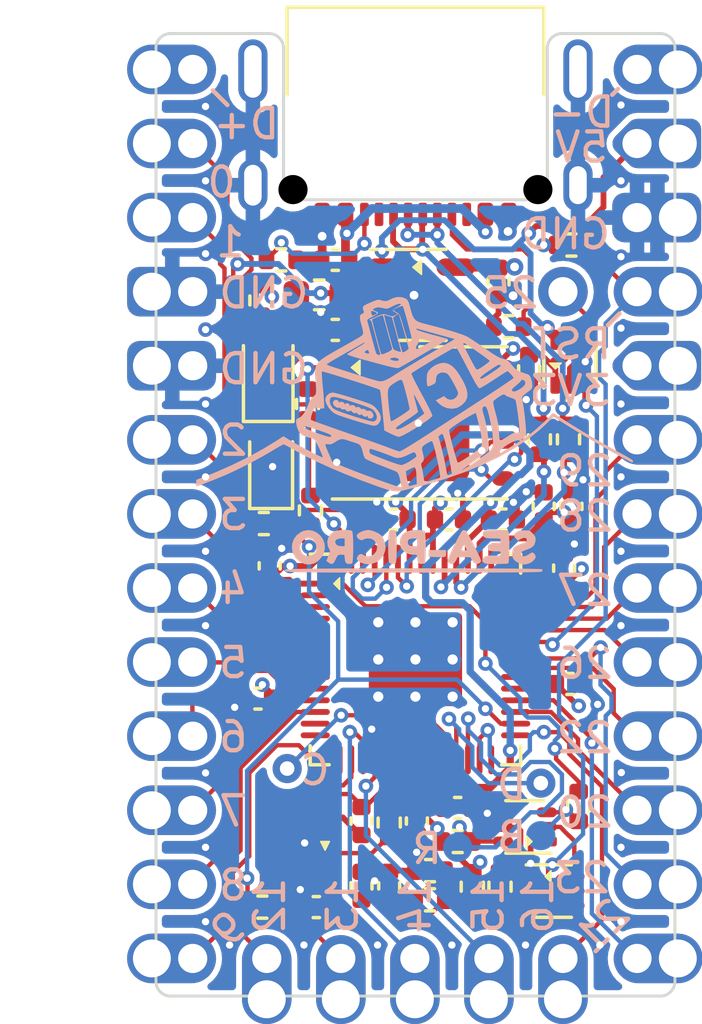
<source format=kicad_pcb>
(kicad_pcb (version 20211014) (generator pcbnew)
  (title_block (title "Sea Picro EXT") (date "2022-07-28") (rev "1.0") (company "Josh Johnson"))
  (layers (0 "F.Cu" signal) (1 "In1.Cu" signal) (2 "In2.Cu" signal) (31 "B.Cu" signal) (34 "B.Paste" user) (35 "F.Paste" user) (36 "B.SilkS" user "B.Silkscreen") (37 "F.SilkS" user "F.Silkscreen") (38 "B.Mask" user) (39 "F.Mask" user) (44 "Edge.Cuts" user))
  (net 0 "")
  (net 1 "GND")
  (net 2 "Net-(J1-PadA5)")
  (net 3 "Net-(J1-PadB5)")
  (net 4 "+5V")
  (net 5 "VBUS")
  (net 6 "Net-(D2-Pad2)")
  (net 7 "+3V3")
  (net 8 "/nRST")
  (net 9 "Net-(C6-Pad2)")
  (net 10 "Net-(C7-Pad2)")
  (net 11 "+1V1")
  (net 12 "Net-(D1-Pad2)")
  (net 13 "/LED_5V")
  (net 14 "/LED_DO")
  (net 15 "/9")
  (net 16 "/8")
  (net 17 "/7")
  (net 18 "/6")
  (net 19 "/5")
  (net 20 "/4")
  (net 21 "/3_SCL1")
  (net 22 "/2_SDA1")
  (net 23 "/1_RX0")
  (net 24 "/0_TX0")
  (net 25 "/A3")
  (net 26 "/A2")
  (net 27 "/A1")
  (net 28 "/A0")
  (net 29 "/22_SCK")
  (net 30 "/20_MISO")
  (net 31 "/23_MOSI")
  (net 32 "/21_nCS")
  (net 33 "/FLASH_nCS")
  (net 34 "/USB+")
  (net 35 "/USB-")
  (net 36 "Net-(R9-Pad2)")
  (net 37 "/SWDCLK")
  (net 38 "/SWDIO")
  (net 40 "/FLASH_SD1")
  (net 41 "/FLASH_SD2")
  (net 42 "/FLASH_SD0")
  (net 43 "/FLASH_SCK")
  (net 44 "/FLASH_SD3")
  (net 45 "/D+")
  (net 46 "/D-")
  (net 47 "/SWITCH")
  (net 48 "/12")
  (net 49 "Net-(C19-Pad1)")
  (net 51 "Net-(Q1-Pad3)")
  (net 52 "Net-(Q1-Pad4)")
  (net 53 "/BOOT")
  (net 54 "Net-(R10-Pad1)")
  (net 55 "/13")
  (net 56 "/VBUS_DETECT")
  (net 58 "/14")
  (net 59 "/15")
  (net 60 "/16")
  (net 64 "Net-(R11-Pad1)")
  (footprint "josh-module:Sea-Picro_EXT_Pins_Castellated" (layer "F.Cu") (at 126.14951 91.27)
    (fp_text reference "J2" hide)
    (fp_text value "Sea-Picro")
  )
  (footprint "Capacitor_SMD:C_0402_1005Metric" (layer "F.Cu") (at 124.35 104.02 90)
    (fp_text reference "C19" hide)
    (fp_text value "10u" hide)
  )
  (footprint "Resistor_SMD:R_0402_1005Metric" (layer "F.Cu") (at 122.6 91.15 90)
    (fp_text reference "R6" hide)
    (fp_text value "5K1" hide)
  )
  (footprint "josh-soic-sot-etc:SOT-563" (layer "F.Cu") (at 131.5 86.05 90)
    (fp_text reference "U4" hide)
    (fp_text value "74LVC1T45")
  )
  (footprint "Capacitor_SMD:C_0402_1005Metric" (layer "F.Cu") (at 131.55 91.01 90)
    (fp_text reference "C10" hide)
    (fp_text value "100n" hide)
  )
  (footprint "Capacitor_SMD:C_0402_1005Metric" (layer "F.Cu") (at 126.25 101.8 -90)
    (fp_text reference "C8" hide)
    (fp_text value "100n" hide)
  )
  (footprint "Capacitor_SMD:C_0402_1005Metric" (layer "F.Cu") (at 120.8 97.6 180)
    (fp_text reference "C11" hide)
    (fp_text value "100n" hide)
  )
  (footprint "josh-soic-sot-etc:SOT-23-5" (layer "F.Cu") (at 126.45 83.76)
    (fp_text reference "U1" hide)
    (fp_text value "XC6210B332MR-G")
  )
  (footprint "Resistor_SMD:R_0402_1005Metric" (layer "F.Cu") (at 121 91.6)
    (fp_text reference "R16" hide)
    (fp_text value "2K2")
  )
  (footprint "Resistor_SMD:R_0402_1005Metric" (layer "F.Cu") (at 122.5 87.5 90)
    (fp_text reference "R10" hide)
    (fp_text value "5K1" hide)
  )
  (footprint "josh-dfn-qfn:WSON-8-1EP_6x5mm_P1.27mm_EP3.4x4mm" (layer "F.Cu") (at 126.35 88.15)
    (fp_text reference "U2" hide)
    (fp_text value "GD25Q64CWIGR")
  )
  (footprint "Resistor_SMD:R_0402_1005Metric" (layer "F.Cu") (at 125.3 101.85 90)
    (fp_text reference "R9" hide)
    (fp_text value "1K" hide)
  )
  (footprint "Resistor_SMD:R_0402_1005Metric" (layer "F.Cu") (at 130.45 88.712973 -90)
    (fp_text reference "R7" hide)
    (fp_text value "27R" hide)
  )
  (footprint "Capacitor_SMD:C_0402_1005Metric" (layer "F.Cu") (at 129.05 83.31 -90)
    (fp_text reference "C2" hide)
    (fp_text value "4u7" hide)
  )
  (footprint "josh-connectors:USB-C_MID_MOUNT_918-418K2024S40000" (layer "F.Cu") (at 126.2 73.9)
    (fp_text reference "J1" hide)
    (fp_text value "USB_C_Receptacle_USB2.0")
    (fp_line (start -4.525 3) (end -4.525 6.6) (layer "Edge.Cuts") (width 0.1))
    (fp_line (start -4.525 6.6) (end 4.525 6.6) (layer "Edge.Cuts") (width 0.1))
    (fp_line (start 4.525 3) (end 4.525 6.6) (layer "Edge.Cuts") (width 0.1))
  )
  (footprint "Resistor_SMD:R_0402_1005Metric" (layer "F.Cu") (at 131.55 82.05)
    (fp_text reference "R4" hide)
    (fp_text value "5K1" hide)
  )
  (footprint "Capacitor_SMD:C_0402_1005Metric" (layer "F.Cu") (at 121.2 93.05 90)
    (fp_text reference "C15" hide)
    (fp_text value "100n" hide)
  )
  (footprint "Capacitor_SMD:C_0402_1005Metric" (layer "F.Cu") (at 122.8 104.75)
    (fp_text reference "C7" hide)
    (fp_text value "15p" hide)
  )
  (footprint "Resistor_SMD:R_0402_1005Metric" (layer "F.Cu") (at 131.8 101.3 -90)
    (fp_text reference "R15" hide)
    (fp_text value "1K" hide)
  )
  (footprint "Capacitor_SMD:C_0402_1005Metric" (layer "F.Cu") (at 127.35 91.46 180)
    (fp_text reference "C12" hide)
    (fp_text value "1u" hide)
  )
  (footprint "Capacitor_SMD:C_0402_1005Metric" (layer "F.Cu") (at 125.3 104.02 90)
    (fp_text reference "C5" hide)
    (fp_text value "4u7" hide)
  )
  (footprint "Capacitor_SMD:C_0402_1005Metric" (layer "F.Cu") (at 123.45 84.96 180)
    (fp_text reference "C1" hide)
    (fp_text value "4u7" hide)
  )
  (footprint "Resistor_SMD:R_0402_1005Metric" (layer "F.Cu") (at 127.65 102.5)
    (fp_text reference "R12" hide)
    (fp_text value "5K1" hide)
  )
  (footprint "Resistor_SMD:R_0402_1005Metric" (layer "F.Cu") (at 128.15 104.05 -90)
    (fp_text reference "R5" hide)
    (fp_text value "5K1" hide)
  )
  (footprint "Resistor_SMD:R_0402_1005Metric" (layer "F.Cu") (at 120.95 104.75)
    (fp_text reference "R17" hide)
    (fp_text value "5K1")
  )
  (footprint "Resistor_SMD:R_0402_1005Metric" (layer "F.Cu") (at 129.4 84.85)
    (fp_text reference "R1" hide)
    (fp_text value "5K1" hide)
  )
  (footprint "josh-passives-smt:Fuse_0603_1608Metric" (layer "F.Cu") (at 122.9 83.76)
    (fp_text reference "F1" hide)
    (fp_text value "500mA" hide)
  )
  (footprint "Resistor_SMD:R_0402_1005Metric" (layer "F.Cu") (at 126.7 103.5 180)
    (fp_text reference "R11" hide)
    (fp_text value "51K")
  )
  (footprint "josh-soic-sot-etc:SOT-563" (layer "F.Cu") (at 130.9 104.2)
    (fp_text reference "Q1" hide)
    (fp_text value "2N7002VC-7")
  )
  (footprint "Resistor_SMD:R_0402_1005Metric" (layer "F.Cu") (at 126.7 104.5 180)
    (fp_text reference "R14" hide)
    (fp_text value "51K")
  )
  (footprint "Capacitor_SMD:C_0402_1005Metric" (layer "F.Cu") (at 124.35 101.8 90)
    (fp_text reference "C6" hide)
    (fp_text value "15p" hide)
  )
  (footprint "josh-dfn-qfn:RP2040-QFN-56" (layer "F.Cu") (at 126.2 96.26)
    (fp_text reference "U3" hide)
    (fp_text value "RP2040" hide)
  )
  (footprint "Resistor_SMD:R_0402_1005Metric" (layer "F.Cu") (at 129.1 104.05 90)
    (fp_text reference "R13" hide)
    (fp_text value "51K" hide)
  )
  (footprint "Resistor_SMD:R_0402_1005Metric" (layer "F.Cu") (at 120.9 83.95 -90)
    (fp_text reference "R3" hide)
    (fp_text value "2K2" hide)
  )
  (footprint "Capacitor_SMD:C_0402_1005Metric" (layer "F.Cu") (at 130.1 86.3 -90)
    (fp_text reference "C4" hide)
    (fp_text value "100n" hide)
  )
  (footprint "Capacitor_SMD:C_0402_1005Metric" (layer "F.Cu") (at 129.2 91.46)
    (fp_text reference "C9" hide)
    (fp_text value "1u" hide)
  )
  (footprint "Capacitor_SMD:C_0402_1005Metric" (layer "F.Cu") (at 127.65 101.35)
    (fp_text reference "C17" hide)
    (fp_text value "100n" hide)
  )
  (footprint "Capacitor_SMD:C_0402_1005Metric" (layer "F.Cu") (at 131.5 97.1)
    (fp_text reference "C14" hide)
    (fp_text value "100n" hide)
  )
  (footprint "josh-oscillators:Crystal_SMD_2520-4Pin_2.5x2.0mm" (layer "F.Cu") (at 122.4 102.55 90)
    (fp_text reference "Y1" hide)
    (fp_text value "12MHz")
  )
  (footprint "LED_SMD:LED_0603_1608Metric" (layer "F.Cu") (at 121.25 89.6 90)
    (fp_text reference "D2" hide)
    (fp_text value "LED" hide)
  )
  (footprint "Resistor_SMD:R_0402_1005Metric" (layer "F.Cu") (at 121.6 82.56 180)
    (fp_text reference "R2" hide)
    (fp_text value "5K1" hide)
  )
  (footprint "Capacitor_SMD:C_0402_1005Metric" (layer "F.Cu") (at 125.45 91.46 180)
    (fp_text reference "C18" hide)
    (fp_text value "100n" hide)
  )
  (footprint "josh-passives-smt:D_SOD-323" (layer "F.Cu") (at 121.15 86.55 90)
    (fp_text reference "D1" hide)
    (fp_text value "B5817WS")
  )
  (footprint "josh-soic-sot-etc:SOT-563" (layer "F.Cu") (at 129.95 102 180)
    (fp_text reference "Q2" hide)
    (fp_text value "2N7002VC-7")
  )
  (footprint "Capacitor_SMD:C_0402_1005Metric" (layer "F.Cu") (at 130.6 91.01 90)
    (fp_text reference "C13" hide)
    (fp_text value "100n" hide)
  )
  (footprint "Capacitor_SMD:C_0402_1005Metric" (layer "F.Cu") (at 123.45 82.56 180)
    (fp_text reference "C3" hide)
    (fp_text value "4u7" hide)
  )
  (footprint "Capacitor_SMD:C_0402_1005Metric" (layer "F.Cu") (at 131.3 93.13 90)
    (fp_text reference "C16" hide)
    (fp_text value "100n" hide)
  )
  (footprint "Resistor_SMD:R_0402_1005Metric" (layer "F.Cu") (at 131.45 88.712973 -90)
    (fp_text reference "R8" hide)
    (fp_text value "27R" hide)
  )
  (footprint "josh-test-point:TestPoint_THTPad_D1.0mm_Drill0.5mm_NO_SILK" (layer "B.Cu") (at 130.5 100.5 180)
    (fp_text reference "TP2" hide)
    (fp_text value "IO")
  )
  (footprint "josh-test-point:TestPoint_THTPad_D1.0mm_Drill0.5mm_NO_SILK" (layer "B.Cu") (at 121.8 100 180)
    (fp_text reference "TP1" hide)
    (fp_text value "CLK")
  )
  (footprint "josh-logos:sea-picro-silk" (layer "B.Cu") (at 126.2 88.6 180)
    (fp_text reference "LOGO2" hide)
    (fp_text value "Sea-Picro" hide)
  )
  (footprint "josh-test-point:TestPoint_SMDPad_D1.0mm_NO_SILK" (layer "B.Cu") (at 127.65 102.7 90)
    (fp_text reference "TP3" hide)
    (fp_text value "nRST")
  )
  (footprint "josh-test-point:TestPoint_SMDPad_D1.0mm_NO_SILK" (layer "B.Cu") (at 130.5 102.3 90)
    (fp_text reference "TP4" hide)
    (fp_text value "BOOT")
  )
  (footprint "josh-logos:OSHW_Logo_3.6x3.6_F.Mask" (layer "B.Cu") (at 126.2 99.8 180)
    (fp_text reference "LOGO1" hide)
    (fp_text value "Logo_Open_Hardware_Small" hide)
  )
  (gr_line (start 133.2 84.4) (end 132.8 84.8) (layer "B.SilkS") (width 0.15))
  (gr_line (start 119.75 77.25) (end 119.25 76.75) (layer "B.SilkS") (width 0.15))
  (gr_line (start 133.15 76.7) (end 132.95 76.9) (layer "B.SilkS") (width 0.15))
  (gr_line (start 117.3 75.3) (end 117.3 107.3) (layer "Edge.Cuts") (width 0.1))
  (gr_line (start 117.8 107.8) (end 134.6 107.8) (layer "Edge.Cuts") (width 0.1))
  (gr_line (start 131.225 74.8) (end 134.6 74.8) (layer "Edge.Cuts") (width 0.1))
  (gr_line (start 121.175 74.8) (end 117.8 74.8) (layer "Edge.Cuts") (width 0.1))
  (gr_arc (start 130.725 75.3) (mid 130.871447 74.946447) (end 131.225 74.8) (layer "Edge.Cuts") (width 0.1))
  (gr_arc (start 117.3 75.3) (mid 117.446447 74.946447) (end 117.8 74.8) (layer "Edge.Cuts") (width 0.1))
  (gr_line (start 121.675 76.9) (end 121.675 75.3) (layer "Edge.Cuts") (width 0.1))
  (gr_line (start 135.1 107.3) (end 135.1 75.3) (layer "Edge.Cuts") (width 0.1))
  (gr_arc (start 135.1 107.3) (mid 134.953553 107.653553) (end 134.6 107.8) (layer "Edge.Cuts") (width 0.1))
  (gr_arc (start 134.6 74.8) (mid 134.953553 74.946447) (end 135.1 75.3) (layer "Edge.Cuts") (width 0.1))
  (gr_arc (start 117.8 107.8) (mid 117.446447 107.653553) (end 117.3 107.3) (layer "Edge.Cuts") (width 0.1))
  (gr_line (start 130.725 76.9) (end 130.725 75.3) (layer "Edge.Cuts") (width 0.1))
  (gr_arc (start 121.175 74.8) (mid 121.528553 74.946447) (end 121.675 75.3) (layer "Edge.Cuts") (width 0.1))
  (gr_text "23" (at 131.9 103.75) (layer "B.SilkS") (effects (font (size 1 1)) (justify mirror)))
  (gr_text "21" (at 132.6 105.4 45) (layer "B.SilkS") (effects (font (size 1 1)) (justify mirror)))
  (gr_text "GND" (at 121 86.3) (layer "B.SilkS") (effects (font (size 1 1)) (justify mirror)))
  (gr_text "27" (at 132.004762 93.9) (layer "B.SilkS") (effects (font (size 1 1)) (justify mirror)))
  (gr_text "R" (at 126.6 102.75) (layer "B.SilkS") (effects (font (size 1 1)) (justify mirror)))
  (gr_text "14" (at 126.2 104.7 90) (layer "B.SilkS") (effects (font (size 1 1)) (justify mirror)))
  (gr_text "GND" (at 131.35 81.675) (layer "B.SilkS") (effects (font (size 1 1)) (justify mirror)))
  (gr_text "4" (at 119.95 93.833332) (layer "B.SilkS") (effects (font (size 1 1)) (justify mirror)))
  (gr_text "7" (at 119.95 101.45833) (layer "B.SilkS") (effects (font (size 1 1)) (justify mirror)))
  (gr_text "9" (at 119.8 105.5 45) (layer "B.SilkS") (effects (font (size 1 1)) (justify mirror)))
  (gr_text "1" (at 119.85 81.95) (layer "B.SilkS") (effects (font (size 1 1)) (justify mirror)))
  (gr_text "12" (at 121.2 104.7 90) (layer "B.SilkS") (effects (font (size 1 1)) (justify mirror)))
  (gr_text "D" (at 129.5 100.55) (layer "B.SilkS") (effects (font (size 1 1)) (justify mirror)))
  (gr_text "3" (at 119.95 91.3) (layer "B.SilkS") (effects (font (size 1 1)) (justify mirror)))
  (gr_text "B" (at 129.5 102.35) (layer "B.SilkS") (effects (font (size 1 1)) (justify mirror)))
  (gr_text "D+" (at 120.4 77.9) (layer "B.SilkS") (effects (font (size 1 1)) (justify mirror)))
  (gr_text "28" (at 132.004762 91.35) (layer "B.SilkS") (effects (font (size 1 1)) (justify mirror)))
  (gr_text "16" (at 130.4 104.7 90) (layer "B.SilkS") (effects (font (size 1 1)) (justify mirror)))
  (gr_text "RST" (at 131.55 85.45) (layer "B.SilkS") (effects (font (size 1 1)) (justify mirror)))
  (gr_text "29" (at 132 89.8) (layer "B.SilkS") (effects (font (size 1 1)) (justify mirror)))
  (gr_text "GND" (at 121 83.7) (layer "B.SilkS") (effects (font (size 1 1)) (justify mirror)))
  (gr_text "C" (at 122.75 100.05) (layer "B.SilkS") (effects (font (size 1 1)) (justify mirror)))
  (gr_text "13" (at 123.7 104.7 90) (layer "B.SilkS") (effects (font (size 1 1)) (justify mirror)))
  (gr_text "5V" (at 131.9 78.7) (layer "B.SilkS") (effects (font (size 1 1)) (justify mirror)))
  (gr_text "26" (at 132.004762 96.4) (layer "B.SilkS") (effects (font (size 1 1)) (justify mirror)))
  (gr_text "5" (at 119.95 96.374998) (layer "B.SilkS") (effects (font (size 1 1)) (justify mirror)))
  (gr_text "8" (at 119.95 104) (layer "B.SilkS") (effects (font (size 1 1)) (justify mirror)))
  (gr_text "D-" (at 131.9 77.5) (layer "B.SilkS") (effects (font (size 1 1)) (justify mirror)))
  (gr_text "0" (at 119.55 79.9) (layer "B.SilkS") (effects (font (size 1 1)) (justify mirror)))
  (gr_text "2" (at 119.95 88.75) (layer "B.SilkS") (effects (font (size 1 1)) (justify mirror)))
  (gr_text "15" (at 128.7 104.7 90) (layer "B.SilkS") (effects (font (size 1 1)) (justify mirror)))
  (gr_text "20" (at 132 101.5) (layer "B.SilkS") (effects (font (size 1 1)) (justify mirror)))
  (gr_text "22" (at 132 98.95) (layer "B.SilkS") (effects (font (size 1 1)) (justify mirror)))
  (gr_text "25" (at 129.45 83.7) (layer "B.SilkS") (effects (font (size 1 1)) (justify mirror)))
  (gr_text "6" (at 119.95 98.916664) (layer "B.SilkS") (effects (font (size 1 1)) (justify mirror)))
  (gr_text "3V3" (at 131.5 87.05) (layer "B.SilkS") (effects (font (size 1 1)) (justify mirror)))
  (segment (start 121.3 90.3875) (end 121.3 89.6495) (width 0.2) (layer "F.Cu") (net 1))
  (segment (start 128.699292 101.5) (end 128.665561 101.533731) (width 0.2) (layer "F.Cu") (net 1))
  (segment (start 128.89 84.85) (end 128.89 84.56) (width 0.2) (layer "F.Cu") (net 1))
  (segment (start 131.649529 92.300471) (end 131.651967 92.300471) (width 0.2) (layer "F.Cu") (net 1))
  (segment (start 125.05 98.65) (end 124.7 98.65) (width 0.2) (layer "F.Cu") (net 1))
  (segment (start 131.5 86.8) (end 131.5 86.280978) (width 0.2) (layer "F.Cu") (net 1))
  (segment (start 126.19 103.5) (end 125.34 103.5) (width 0.2) (layer "F.Cu") (net 1))
  (segment (start 125.3125 83.76) (end 126.140045 83.76) (width 0.3) (layer "F.Cu") (net 1))
  (segment (start 123.1 101.85) (end 122.4 102.55) (width 0.2) (layer "F.Cu") (net 1))
  (segment (start 127.83 91.46) (end 127.83 90.74) (width 0.2) (layer "F.Cu") (net 1))
  (segment (start 124.35 103.54) (end 124.49 103.54) (width 0.15) (layer "F.Cu") (net 1))
  (segment (start 123.71 101.675) (end 123.1 101.675) (width 0.2) (layer "F.Cu") (net 1))
  (segment (start 131.3 92.65) (end 131.649529 92.300471) (width 0.2) (layer "F.Cu") (net 1))
  (segment (start 128.13 101.35) (end 128.48183 101.35) (width 0.2) (layer "F.Cu") (net 1))
  (segment (start 129.549036 83.79) (end 129.5505 83.788536) (width 0.3) (layer "F.Cu") (net 1))
  (segment (start 122.32 104.75) (end 122.25 104.68) (width 0.2) (layer "F.Cu") (net 1))
  (segment (start 130.15 102.55) (end 130.15 103.25) (width 0.2) (layer "F.Cu") (net 1))
  (segment (start 131.98 97.1) (end 132.45 97.57) (width 0.2) (layer "F.Cu") (net 1))
  (segment (start 122.97 84.96) (end 122.97 84.38) (width 0.3) (layer "F.Cu") (net 1))
  (segment (start 121.7 103.6) (end 122.25 104.15) (width 0.2) (layer "F.Cu") (net 1))
  (segment (start 125.3 103.54) (end 125.11 103.54) (width 0.15) (layer "F.Cu") (net 1))
  (segment (start 121.46 104.75) (end 122.32 104.75) (width 0.15) (layer "F.Cu") (net 1))
  (segment (start 130.57 90.53) (end 130.55 90.51) (width 0.2) (layer "F.Cu") (net 1))
  (segment (start 122.4 102.6) (end 121.7 103.3) (width 0.2) (layer "F.Cu") (net 1))
  (segment (start 130.1 87.25) (end 130 87.35) (width 0.2) (layer "F.Cu") (net 1))
  (segment (start 129.4 81.561372) (end 129.376048 81.585324) (width 0.3) (layer "F.Cu") (net 1))
  (segment (start 124.97 90.9555) (end 124.8745 90.86) (width 0.2) (layer "F.Cu") (net 1))
  (segment (start 132.45 97.57) (end 132.45 97.8) (width 0.2) (layer "F.Cu") (net 1))
  (segment (start 129.4 80.9) (end 129.4 81.561372) (width 0.3) (layer "F.Cu") (net 1))
  (segment (start 121.7 103.425) (end 121.7 103.6) (width 0.2) (layer "F.Cu") (net 1))
  (segment (start 126.25 102.28) (end 126.25 102.85) (width 0.2) (layer "F.Cu") (net 1))
  (segment (start 130.1 86.78) (end 130.1 87.25) (width 0.2) (layer "F.Cu") (net 1))
  (segment (start 129.05 83.79) (end 129.549036 83.79) (width 0.3) (layer "F.Cu") (net 1))
  (segment (start 123 80.9) (end 123 81.75) (width 0.3) (layer "F.Cu") (net 1))
  (segment (start 127.83 90.74) (end 127.65 90.56) (width 0.2) (layer "F.Cu") (net 1))
  (segment (start 130.55 90.51) (end 130 90.51) (width 0.2) (layer "F.Cu") (net 1))
  (segment (start 121.2 92.57) (end 121.318463 92.451537) (width 0.2) (layer "F.Cu") (net 1))
  (segment (start 122.97 82.56) (end 122.11 82.56) (width 0.3) (layer "F.Cu") (net 1))
  (segment (start 125.11 103.54) (end 124.8 103.85) (width 0.15) (layer "F.Cu") (net 1))
  (segment (start 121.7 103.3) (end 121.7 103.425) (width 0.2) (layer "F.Cu") (net 1))
  (segment (start 131.95 90.13) (end 131.95 90.1) (width 0.2) (layer "F.Cu") (net 1))
  (segment (start 120.3 97.6) (end 120 97.9) (width 0.2) (layer "F.Cu") (net 1))
  (segment (start 128.89 84.56) (end 129.05 84.4) (width 0.2) (layer "F.Cu") (net 1))
  (segment (start 125.2 99.6975) (end 125.2 98.8) (width 0.2) (layer "F.Cu") (net 1))
  (segment (start 124.97 91.46) (end 124.97 90.9555) (width 0.2) (layer "F.Cu") (net 1))
  (segment (start 131.55 90.53) (end 131.95 90.13) (width 0.2) (layer "F.Cu") (net 1))
  (segment (start 125.34 103.5) (end 125.3 103.54) (width 0.2) (layer "F.Cu") (net 1))
  (segment (start 129.2 101.5) (end 128.699292 101.5) (width 0.2) (layer "F.Cu") (net 1))
  (segment (start 121.318463 92.451537) (end 121.61276 92.451537) (width 0.2) (layer "F.Cu") (net 1))
  (segment (start 124.265 102.23) (end 123.71 101.675) (width 0.2) (layer "F.Cu") (net 1))
  (segment (start 130.15 103.7) (end 130.15 103.25) (width 0.2) (layer "F.Cu") (net 1))
  (segment (start 129.05 84.4) (end 129.05 83.79) (width 0.2) (layer "F.Cu") (net 1))
  (segment (start 130.7 102.5) (end 130.2 102.5) (width 0.2) (layer "F.Cu") (net 1))
  (segment (start 131.5 86.280978) (end 131.730978 86.05) (width 0.2) (layer "F.Cu") (net 1))
  (segment (start 126.140045 83.76) (end 126.151561 83.771516) (width 0.3) (layer "F.Cu") (net 1))
  (segment (start 125.2 98.8) (end 125.05 98.65) (width 0.2) (layer "F.Cu") (net 1))
  (segment (start 122.97 84.38) (end 122.95 84.36) (width 0.3) (layer "F.Cu") (net 1))
  (segment (start 123.4875 90.055) (end 123.4875 89.5125) (width 0.2) (layer "F.Cu") (net 1))
  (segment (start 123 81.75) (end 123 82.53) (width 0.3) (layer "F.Cu") (net 1))
  (segment (start 123.1 101.675) (end 123.1 101.85) (width 0.2) (layer "F.Cu") (net 1))
  (segment (start 123 82.53) (end 122.97 82.56) (width 0.3) (layer "F.Cu") (net 1))
  (segment (start 131.730978 86.05) (end 132.0255 86.05) (width 0.2) (layer "F.Cu") (net 1))
  (segment (start 129.68 90.990001) (end 129.561757 90.871758) (width 0.2) (layer "F.Cu") (net 1))
  (segment (start 130.2 102.5) (end 130.15 102.55) (width 0.2) (layer "F.Cu") (net 1))
  (segment (start 120.32 97.6) (end 120.3 97.6) (width 0.2) (layer "F.Cu") (net 1))
  (segment (start 128.48183 101.35) (end 128.665561 101.533731) (width 0.2) (layer "F.Cu") (net 1))
  (segment (start 122.4 102.55) (end 122.4 102.6) (width 0.2) (layer "F.Cu") (net 1))
  (segment (start 129.68 91.46) (end 129.68 90.990001) (width 0.2) (layer "F.Cu") (net 1))
  (segment (start 122.25 104.68) (end 122.25 104.15) (width 0.2) (layer "F.Cu") (net 1))
  (segment (start 124.35 102.23) (end 124.265 102.23) (width 0.2) (layer "F.Cu") (net 1))
  (segment (start 123.4875 89.5125) (end 123.5 89.5) (width 0.2) (layer "F.Cu") (net 1))
  (segment (start 124.49 103.54) (end 124.8 103.85) (width 0.15) (layer "F.Cu") (net 1))
  (via (at 127.45 106.05) (size 0.5) (drill 0.25) (layers "F.Cu" "B.Cu") (net 1))
  (via (at 133.25 87.5) (size 0.5) (drill 0.25) (layers "F.Cu" "B.Cu") (net 1))
  (via (at 133.25 84.9) (size 0.5) (drill 0.25) (layers "F.Cu" "B.Cu") (net 1))
  (via (at 129.975 106.05) (size 0.5) (drill 0.25) (layers "F.Cu" "B.Cu") (net 1))
  (via (at 119.825 106.05) (size 0.5) (drill 0.25) (layers "F.Cu" "B.Cu") (net 1))
  (via (at 119 90) (size 0.5) (drill 0.25) (layers "F.Cu" "B.Cu") (net 1))
  (via (at 133.25 102.7) (size 0.5) (drill 0.25) (layers "F.Cu" "B.Cu") (net 1))
  (via (at 122.95 84.36) (size 0.5) (drill 0.25) (layers "F.Cu" "B.Cu") (net 1))
  (via (at 130.15 103.25) (size 0.5) (drill 0.25) (layers "F.Cu" "B.Cu") (net 1))
  (via (at 132.0255 86.05) (size 0.5) (drill 0.25) (layers "F.Cu" "B.Cu") (net 1))
  (via (at 129.561757 90.871758) (size 0.5) (drill 0.25) (layers "F.Cu" "B.Cu") (net 1))
  (via (at 124.9 106.05) (size 0.5) (drill 0.25) (layers "F.Cu" "B.Cu") (net 1))
  (via (at 133.25 82.45) (size 0.5) (drill 0.25) (layers "F.Cu" "B.Cu") (net 1))
  (via (at 133.25 105.25) (size 0.5) (drill 0.25) (layers "F.Cu" "B.Cu") (net 1))
  (via (at 119 102.7) (size 0.5) (drill 0.25) (layers "F.Cu" "B.Cu") (net 1))
  (via (at 132.45 97.8) (size 0.5) (drill 0.25) (layers "F.Cu" "B.Cu") (net 1))
  (via (at 132.525 106.05) (size 0.5) (drill 0.25) (layers "F.Cu" "B.Cu") (net 1))
  (via (at 119 95.1) (size 0.5) (drill 0.25) (layers "F.Cu" "B.Cu") (net 1))
  (via (at 126.3 88.16) (size 0.5) (drill 0.25) (layers "F.Cu" "B.Cu") (net 1))
  (via (at 133.262731 100.137269) (size 0.5) (drill 0.25) (layers "F.Cu" "B.Cu") (net 1))
  (via (at 121.3 89.6495) (size 0.5) (drill 0.25) (layers "F.Cu" "B.Cu") (net 1))
  (via (at 122.25 104.15) (size 0.5) (drill 0.25) (layers "F.Cu" "B.Cu") (net 1))
  (via (at 123.5 89.5) (size 0.5) (drill 0.25) (layers "F.Cu" "B.Cu") (net 1))
  (via (at 126.151561 83.771516) (size 0.6) (drill 0.3) (layers "F.Cu" "B.Cu") (net 1))
  (via (at 127.65 90.56) (size 0.5) (drill 0.25) (layers "F.Cu" "B.Cu") (net 1))
  (via (at 119 100.15) (size 0.5) (drill 0.25) (layers "F.Cu" "B.Cu") (net 1))
  (via (at 122.4 102.55) (size 0.5) (drill 0.25) (layers "F.Cu" "B.Cu") (net 1))
  (via (at 124.7 98.65) (size 0.5) (drill 0.25) (layers "F.Cu" "B.Cu") (net 1))
  (via (at 119 105.25) (size 0.5) (drill 0.25) (layers "F.Cu" "B.Cu") (net 1))
  (via (at 129.5505 83.788536) (size 0.6) (drill 0.3) (layers "F.Cu" "B.Cu") (net 1))
  (via (at 119 77.3) (size 0.5) (drill 0.25) (layers "F.Cu" "B.Cu") (net 1))
  (via (at 133.25 79.85) (size 0.5) (drill 0.25) (layers "F.Cu" "B.Cu") (net 1))
  (via (at 129.376048 81.585324) (size 0.6) (drill 0.3) (layers "F.Cu" "B.Cu") (net 1))
  (via (at 119 79.85) (size 0.5) (drill 0.25) (layers "F.Cu" "B.Cu") (net 1))
  (via (at 130 90.51) (size 0.5) (drill 0.25) (layers "F.Cu" "B.Cu") (net 1))
  (via (at 122.375 106.05) (size 0.5) (drill 0.25) (layers "F.Cu" "B.Cu") (net 1))
  (via (at 119 84.95) (size 0.5) (drill 0.25) (layers "F.Cu" "B.Cu") (net 1))
  (via (at 133.25 90) (size 0.5) (drill 0.25) (layers "F.Cu" "B.Cu") (net 1))
  (via (at 130 87.35) (size 0.5) (drill 0.25) (layers "F.Cu" "B.Cu") (net 1))
  (via (at 133.25 77.25) (size 0.5) (drill 0.25) (layers "F.Cu" "B.Cu") (net 1))
  (via (at 121.61276 92.451537) (size 0.5) (drill 0.25) (layers "F.Cu" "B.Cu") (net 1))
  (via (at 133.25 92.55) (size 0.5) (drill 0.25) (layers "F.Cu" "B.Cu") (net 1))
  (via (at 119 82.35) (size 0.5) (drill 0.25) (layers "F.Cu" "B.Cu") (net 1))
  (via (at 119 92.55) (size 0.5) (drill 0.25) (layers "F.Cu" "B.Cu") (net 1))
  (via (at 133.25 95.1) (size 0.5) (drill 0.25) (layers "F.Cu" "B.Cu") (net 1))
  (via (at 131.95 90.1) (size 0.5) (drill 0.25) (layers "F.Cu" "B.Cu") (net 1))
  (via (at 124.8 103.85) (size 0.5) (drill 0.25) (layers "F.Cu" "B.Cu") (net 1))
  (via (at 126.241624 102.870579) (size 0.5) (drill 0.25) (layers "F.Cu" "B.Cu") (net 1))
  (via (at 131.651967 92.300471) (size 0.5) (drill 0.25) (layers "F.Cu" "B.Cu") (net 1))
  (via (at 124.8745 90.86) (size 0.5) (drill 0.25) (layers "F.Cu" "B.Cu") (net 1))
  (via (at 119 87.5) (size 0.5) (drill 0.25) (layers "F.Cu" "B.Cu") (net 1))
  (via (at 128.665561 101.533731) (size 0.5) (drill 0.25) (layers "F.Cu" "B.Cu") (net 1))
  (via (at 120 97.9) (size 0.5) (drill 0.25) (layers "F.Cu" "B.Cu") (net 1))
  (via (at 123 81.75) (size 0.6) (drill 0.3) (layers "F.Cu" "B.Cu") (net 1))
  (segment (start 129.91 84.85) (end 129.91 84.34) (width 0.15) (layer "F.Cu") (net 2))
  (segment (start 130.15 84.1) (end 130.15 82.458242) (width 0.15) (layer "F.Cu") (net 2))
  (segment (start 127.95 82.2) (end 127.45 81.7) (width 0.15) (layer "F.Cu") (net 2))
  (segment (start 129.891758 82.2) (end 127.95 82.2) (width 0.15) (layer "F.Cu") (net 2))
  (segment (start 127.45 81.7) (end 127.45 80.9) (width 0.15) (layer "F.Cu") (net 2))
  (segment (start 130.15 82.458242) (end 129.891758 82.2) (width 0.15) (layer "F.Cu") (net 2))
  (segment (start 129.91 84.34) (end 130.15 84.1) (width 0.15) (layer "F.Cu") (net 2))
  (segment (start 121.09 82.56) (end 121.6 82.05) (width 0.15) (layer "F.Cu") (net 3))
  (segment (start 121.6 82.05) (end 121.6 81.96697) (width 0.15) (layer "F.Cu") (net 3))
  (segment (start 124.45 80.9) (end 124.45 82) (width 0.15) (layer "F.Cu") (net 3))
  (via (at 124.45 82) (size 0.5) (drill 0.25) (layers "F.Cu" "B.Cu") (net 3))
  (via (at 121.6 81.96697) (size 0.5) (drill 0.25) (layers "F.Cu" "B.Cu") (net 3))
  (segment (start 124.45 82) (end 124.1 82.35) (width 0.15) (layer "B.Cu") (net 3))
  (segment (start 121.98303 82.35) (end 121.6 81.96697) (width 0.15) (layer "B.Cu") (net 3))
  (segment (start 124.1 82.35) (end 121.98303 82.35) (width 0.15) (layer "B.Cu") (net 3))
  (segment (start 122.422887 85.6) (end 121.15 86.872887) (width 0.3) (layer "F.Cu") (net 4))
  (segment (start 124.18 84.71) (end 125.3125 84.71) (width 0.3) (layer "F.Cu") (net 4))
  (segment (start 125.049152 82.250814) (end 125.049152 82.546652) (width 0.2) (layer "F.Cu") (net 4))
  (segment (start 131 85.3) (end 130.728543 85.028543) (width 0.2) (layer "F.Cu") (net 4))
  (segment (start 130.728543 85.028543) (end 130.728543 84.871457) (width 0.2) (layer "F.Cu") (net 4))
  (segment (start 126.15 82.81) (end 125.3125 82.81) (width 0.3) (layer "F.Cu") (net 4))
  (segment (start 130.338483 81.4) (end 130.087576 81.650907) (width 0.2) (layer "F.Cu") (net 4))
  (segment (start 121.15 86.872887) (end 121.15 87.6) (width 0.3) (layer "F.Cu") (net 4))
  (segment (start 132.65 79.73) (end 132.65 80.75) (width 0.2) (layer "F.Cu") (net 4))
  (segment (start 132 81.4) (end 130.338483 81.4) (width 0.2) (layer "F.Cu") (net 4))
  (segment (start 133.8 78.58) (end 132.65 79.73) (width 0.2) (layer "F.Cu") (net 4))
  (segment (start 126.2 84.71) (end 126.8 84.11) (width 0.3) (layer "F.Cu") (net 4))
  (segment (start 123.93 84.96) (end 123.29 85.6) (width 0.3) (layer "F.Cu") (net 4))
  (segment (start 126.8 84.11) (end 126.8 83.46) (width 0.3) (layer "F.Cu") (net 4))
  (segment (start 123.29 85.6) (end 122.422887 85.6) (width 0.3) (layer "F.Cu") (net 4))
  (segment (start 123.93 84.96) (end 124.18 84.71) (width 0.3) (layer "F.Cu") (net 4))
  (segment (start 126.8 83.46) (end 126.15 82.81) (width 0.3) (layer "F.Cu") (net 4))
  (segment (start 125.049152 82.546652) (end 125.3125 82.81) (width 0.2) (layer "F.Cu") (net 4))
  (segment (start 125.3125 84.71) (end 126.2 84.71) (width 0.3) (layer "F.Cu") (net 4))
  (segment (start 132.65 80.75) (end 132 81.4) (width 0.2) (layer "F.Cu") (net 4))
  (via (at 130.087576 81.650907) (size 0.5) (drill 0.25) (layers "F.Cu" "B.Cu") (net 4))
  (via (at 125.049152 82.250814) (size 0.5) (drill 0.25) (layers "F.Cu" "B.Cu") (net 4))
  (via (at 130.728543 84.871457) (size 0.5) (drill 0.25) (layers "F.Cu" "B.Cu") (net 4))
  (segment (start 125.049152 81.800848) (end 125.650489 81.199511) (width 0.2) (layer "B.Cu") (net 4))
  (segment (start 129.769242 81.969242) (end 130.087576 81.650907) (width 0.2) (layer "B.Cu") (net 4))
  (segment (start 129.537984 82.200499) (end 129.769242 81.969242) (width 0.2) (layer "B.Cu") (net 4))
  (segment (start 125.049152 82.250814) (end 125.049152 81.800848) (width 0.2) (layer "B.Cu") (net 4))
  (segment (start 127.199511 81.199511) (end 128.200499 82.200499) (width 0.2) (layer "B.Cu") (net 4))
  (segment (start 125.650489 81.199511) (end 127.199511 81.199511) (width 0.2) (layer "B.Cu") (net 4))
  (segment (start 128.200499 82.200499) (end 129.537984 82.200499) (width 0.2) (layer "B.Cu") (net 4))
  (segment (start 130.7 84.95) (end 130.149501 84.399501) (width 0.2) (layer "B.Cu") (net 4))
  (segment (start 130.149501 84.399501) (end 130.149501 82.349501) (width 0.2) (layer "B.Cu") (net 4))
  (segment (start 130.149501 82.349501) (end 129.769242 81.969242) (width 0.2) (layer "B.Cu") (net 4))
  (segment (start 120.45 91.11295) (end 120.233533 90.896483) (width 0.15) (layer "F.Cu") (net 5))
  (segment (start 123.93 83.5175) (end 123.6875 83.76) (width 0.3) (layer "F.Cu") (net 5))
  (segment (start 123.8 80.9) (end 123.8 82.43) (width 0.3) (layer "F.Cu") (net 5))
  (segment (start 123.93 82.56) (end 123.93 83.5175) (width 0.3) (layer "F.Cu") (net 5))
  (segment (start 120.233533 90.896483) (end 120.233532 89.486388) (width 0.15) (layer "F.Cu") (net 5))
  (segment (start 123.8 82.43) (end 123.93 82.56) (width 0.3) (layer "F.Cu") (net 5))
  (segment (start 122.9495 83.7) (end 123.6275 83.7) (width 0.2) (layer "F.Cu") (net 5))
  (segment (start 128.6 80.9) (end 128.6 81.6) (width 0.3) (layer "F.Cu") (net 5))
  (segment (start 123.6275 83.7) (end 123.6875 83.76) (width 0.2) (layer "F.Cu") (net 5))
  (segment (start 120.49 91.6) (end 120.45 91.56) (width 0.15) (layer "F.Cu") (net 5))
  (segment (start 119.95 89.202856) (end 119.95 82.850291) (width 0.15) (layer "F.Cu") (net 5))
  (segment (start 119.95 82.850291) (end 120.100438 82.699853) (width 0.15) (layer "F.Cu") (net 5))
  (segment (start 120.45 91.56) (end 120.45 91.11295) (width 0.15) (layer "F.Cu") (net 5))
  (segment (start 120.233532 89.486388) (end 119.95 89.202856) (width 0.15) (layer "F.Cu") (net 5))
  (via (at 122.9495 83.7) (size 0.5) (drill 0.25) (layers "F.Cu" "B.Cu") (net 5))
  (via (at 123.85 81.65) (size 0.5) (drill 0.25) (layers "F.Cu" "B.Cu") (net 5))
  (via (at 120.100438 82.699853) (size 0.5) (drill 0.25) (layers "F.Cu" "B.Cu") (net 5))
  (via (at 128.6 81.6) (size 0.5) (drill 0.25) (layers "F.Cu" "B.Cu") (net 5))
  (segment (start 128.6 81.6) (end 127.8 80.8) (width 0.3) (layer "B.Cu") (net 5))
  (segment (start 122.5 83.7) (end 121.499853 82.699853) (width 0.2) (layer "B.Cu") (net 5))
  (segment (start 121.499853 82.699853) (end 120.100438 82.699853) (width 0.2) (layer "B.Cu") (net 5))
  (segment (start 122.9495 83.7) (end 122.5 83.7) (width 0.2) (layer "B.Cu") (net 5))
  (segment (start 124.7 80.8) (end 123.85 81.65) (width 0.3) (layer "B.Cu") (net 5))
  (segment (start 127.8 80.8) (end 124.7 80.8) (width 0.3) (layer "B.Cu") (net 5))
  (segment (start 120.6 88.1625) (end 120.6 84.76) (width 0.15) (layer "F.Cu") (net 6))
  (segment (start 120.6 84.76) (end 120.9 84.46) (width 0.15) (layer "F.Cu") (net 6))
  (segment (start 121.25 88.8125) (end 120.6 88.1625) (width 0.15) (layer "F.Cu") (net 6))
  (segment (start 128.15 103.54) (end 128.15 103.474222) (width 0.2) (layer "F.Cu") (net 7))
  (segment (start 129.03 82.81) (end 129.05 82.83) (width 0.3) (layer "F.Cu") (net 7))
  (segment (start 130.88 91.21) (end 131.3 91.21) (width 0.2) (layer "F.Cu") (net 7))
  (segment (start 130.57 97.1) (end 130.41 97.26) (width 0.2) (layer "F.Cu") (net 7))
  (segment (start 131.5 85.3) (end 131.5 85.786694) (width 0.2) (layer "F.Cu") (net 7))
  (segment (start 126.8 92.8225) (end 126.8 92.01) (width 0.2) (layer "F.Cu") (net 7))
  (segment (start 122.7625 97.26) (end 121.62 97.26) (width 0.2) (layer "F.Cu") (net 7))
  (segment (start 130.52 85.82) (end 130.1 85.82) (width 0.2) (layer "F.Cu") (net 7))
  (segment (start 128.564284 92.11) (end 129.98 92.11) (width 0.2) (layer "F.Cu") (net 7))
  (segment (start 120.9 83.4501) (end 121.2755 83.8256) (width 0.2) (layer "F.Cu") (net 7))
  (segment (start 131.5 85.786694) (end 131.286695 86) (width 0.2) (layer "F.Cu") (net 7))
  (segment (start 129.8875 92.8225) (end 130.61 92.1) (width 0.2) (layer "F.Cu") (net 7))
  (segment (start 126.8 92.01) (end 126.8 91.53) (width 0.2) (layer "F.Cu") (net 7))
  (segment (start 126.25 101.351329) (end 126.952589 102.053918) (width 0.2) (layer "F.Cu") (net 7))
  (segment (start 130.95 86) (end 130.825 86.125) (width 0.2) (layer "F.Cu") (net 7))
  (segment (start 128.1 103.54) (end 128.1 103.45) (width 0.2) (layer "F.Cu") (net 7))
  (segment (start 126.25 100.95) (end 126.4 100.8) (width 0.2) (layer "F.Cu") (net 7))
  (segment (start 126.87 91.46) (end 126.87 91.078901) (width 0.2) (layer "F.Cu") (net 7))
  (segment (start 121.88 93.53) (end 122.01 93.66) (width 0.2) (layer "F.Cu") (net 7))
  (segment (start 131 86.8) (end 131 86.3) (width 0.2) (layer "F.Cu") (net 7))
  (segment (start 121.674421 93.055579) (end 121.9 93.055579) (width 0.2) (layer "F.Cu") (net 7))
  (segment (start 127.15 102.5) (end 127.14 102.5) (width 0.2) (layer "F.Cu") (net 7))
  (segment (start 126.25 101.32) (end 126.25 100.95) (width 0.2) (layer "F.Cu") (net 7))
  (segment (start 131.77 97.85) (end 131.8 97.85) (width 0.2) (layer "F.Cu") (net 7))
  (segment (start 130.61 92.1) (end 130.96 92.1) (width 0.2) (layer "F.Cu") (net 7))
  (segment (start 122.61 91.66) (end 123.049501 92.099501) (width 0.2) (layer "F.Cu") (net 7))
  (segment (start 129.6375 93.66) (end 131.25 93.66) (width 0.2) (layer "F.Cu") (net 7))
  (segment (start 126.8 91.53) (end 126.87 91.46) (width 0.2) (layer "F.Cu") (net 7))
  (segment (start 131.3 91.24) (end 131.3 91.21) (width 0.2) (layer "F.Cu") (net 7))
  (segment (start 122.600823 93.055579) (end 121.9 93.055579) (width 0.2) (layer "F.Cu") (net 7))
  (segment (start 126.87 91.078901) (end 127.058296 90.890605) (width 0.2) (layer "F.Cu") (net 7))
  (segment (start 130.96 92.1) (end 131.55 91.51) (width 0.2) (layer "F.Cu") (net 7))
  (segment (start 126.4 92.8225) (end 126.4 92.21) (width 0.2) (layer "F.Cu") (net 7))
  (segment (start 126.4 100.8) (end 126.4 99.6975) (width 0.2) (layer "F.Cu") (net 7))
  (segment (start 129.57 82.83) (end 129.6 82.8) (width 0.3) (layer "F.Cu") (net 7))
  (segment (start 131.55 91.49) (end 131.3 91.24) (width 0.2) (layer "F.Cu") (net 7))
  (segment (start 121.28 97.454012) (end 120.95 97.124012) (width 0.2) (layer "F.Cu") (net 7))
  (segment (start 128.1 103.45) (end 127.15 102.5) (width 0.2) (layer "F.Cu") (net 7))
  (segment (start 122.01 93.66) (end 122.7625 93.66) (width 0.2) (layer "F.Cu") (net 7))
  (segment (start 127.5875 82.81) (end 129.03 82.81) (width 0.3) (layer "F.Cu") (net 7))
  (segment (start 126.4 92.21) (end 126.6 92.01) (width 0.2) (layer "F.Cu") (net 7))
  (segment (start 126.25 101.32) (end 126.25 101.351329) (width 0.2) (layer "F.Cu") (net 7))
  (segment (start 131 86.3) (end 130.825 86.125) (width 0.2) (layer "F.Cu") (net 7))
  (segment (start 121.28 97.6) (end 121.28 97.454012) (width 0.2) (layer "F.Cu") (net 7))
  (segment (start 126.952589 102.312589) (end 127.14 102.5) (width 0.2) (layer "F.Cu") (net 7))
  (segment (start 130.6 91.49) (end 130.88 91.21) (width 0.2) (layer "F.Cu") (net 7))
  (segment (start 129.6375 97.26) (end 130.41 97.26) (width 0.2) (layer "F.Cu") (net 7))
  (segment (start 131.3 93.61) (end 131.44 93.61) (width 0.2) (layer "F.Cu") (net 7))
  (segment (start 121.2 93.53) (end 121.674421 93.055579) (width 0.2) (layer "F.Cu") (net 7))
  (segment (start 121.2 93.53) (end 121.88 93.53) (width 0.2) (layer "F.Cu") (net 7))
  (segment (start 126.6 92.01) (end 126.8 92.01) (width 0.2) (layer "F.Cu") (net 7))
  (segment (start 123.049501 92.606901) (end 122.600823 93.055579) (width 0.2) (layer "F.Cu") (net 7))
  (segment (start 128.4 92.8225) (end 128.4 92.274284) (width 0.2) (layer "F.Cu") (net 7))
  (segment (start 131.44 93.61) (end 131.9 93.15) (width 0.2) (layer "F.Cu") (net 7))
  (segment (start 129.98 92.11) (end 130.6 91.49) (width 0.2) (layer "F.Cu") (net 7))
  (segment (start 126.952589 102.053918) (end 126.952589 102.312589) (width 0.2) (layer "F.Cu") (net 7))
  (segment (start 131.286695 86) (end 130.95 86) (width 0.2) (layer "F.Cu") (net 7))
  (segment (start 130.825 86.125) (end 130.52 85.82) (width 0.2) (layer "F.Cu") (net 7))
  (segment (start 131.02 97.1) (end 130.57 97.1) (width 0.2) (layer "F.Cu") (net 7))
  (segment (start 128.15 103.474222) (end 128.4194 103.204822) (width 0.2) (layer "F.Cu") (net 7))
  (segment (start 128.8 92.8225) (end 129.8875 92.8225) (width 0.2) (layer "F.Cu") (net 7))
  (segment (start 123.049501 92.099501) (end 123.049501 92.606901) (width 0.2) (layer "F.Cu") (net 7))
  (segment (start 131.25 93.66) (end 131.3 93.61) (width 0.2) (layer "F.Cu") (net 7))
  (segment (start 129.05 82.83) (end 129.57 82.83) (width 0.3) (layer "F.Cu") (net 7))
  (segment (start 131.55 91.51) (end 131.55 91.49) (width 0.2) (layer "F.Cu") (net 7))
  (segment (start 131.04 82.05) (end 130.6 82.05) (width 0.2) (layer "F.Cu") (net 7))
  (segment (start 129.2125 86.245) (end 129.2125 85.9375) (width 0.2) (layer "F.Cu") (net 7))
  (segment (start 131.02 97.1) (end 131.77 97.85) (width 0.2) (layer "F.Cu") (net 7))
  (segment (start 128.4 92.274284) (end 128.564284 92.11) (width 0.2) (layer "F.Cu") (net 7))
  (segment (start 129.2125 85.9375) (end 129.55 85.6) (width 0.2) (layer "F.Cu") (net 7))
  (segment (start 121.62 97.26) (end 121.28 97.6) (width 0.2) (layer "F.Cu") (net 7))
  (via (at 129.55 85.6) (size 0.5) (drill 0.25) (layers "F.Cu" "B.Cu") (net 7))
  (via (at 131.8 97.85) (size 0.5) (drill 0.25) (layers "F.Cu" "B.Cu") (net 7))
  (via (at 131.3 91.21) (size 0.5) (drill 0.25) (layers "F.Cu" "B.Cu") (net 7))
  (via (at 121.2755 83.8256) (size 0.5) (drill 0.25) (layers "F.Cu" "B.Cu") (net 7))
  (via (at 131.9 93.15) (size 0.5) (drill 0.25) (layers "F.Cu" "B.Cu") (net 7))
  (via (at 120.95 97.124012) (size 0.5) (drill 0.25) (layers "F.Cu" "B.Cu") (net 7))
  (via (at 126.952589 102.053918) (size 0.5) (drill 0.25) (layers "F.Cu" "B.Cu") (net 7))
  (via (at 127.058296 90.890605) (size 0.5) (drill 0.25) (layers "F.Cu" "B.Cu") (net 7))
  (via (at 121.9 93.055579) (size 0.5) (drill 0.25) (layers "F.Cu" "B.Cu") (net 7))
  (via (at 128.4194 103.204822) (size 0.5) (drill 0.25) (layers "F.Cu" "B.Cu") (net 7))
  (via (at 130.6 82.05) (size 0.5) (drill 0.25) (layers "F.Cu" "B.Cu") (net 7))
  (via (at 129.6 82.8) (size 0.6) (drill 0.3) (layers "F.Cu" "B.Cu") (net 7))
  (segment (start 128.6 102.5) (end 128.16 102.5) (width 0.15) (layer "F.Cu") (net 8))
  (segment (start 128.16 102.5) (end 128.16 102.455026) (width 0.15) (layer "F.Cu") (net 8))
  (segment (start 128 98.302048) (end 128.011547 98.290501) (width 0.15) (layer "F.Cu") (net 8))
  (segment (start 128 99.6975) (end 128 98.302048) (width 0.15) (layer "F.Cu") (net 8))
  (segment (start 128.16 102.455026) (end 127.711508 102.006534) (width 0.15) (layer "F.Cu") (net 8))
  (segment (start 129.2 102.5) (end 128.6 102.5) (width 0.15) (layer "F.Cu") (net 8))
  (via (at 127.711508 102.006534) (size 0.5) (drill 0.25) (layers "F.Cu" "B.Cu") (net 8))
  (via (at 128.011547 98.290501) (size 0.5) (drill 0.25) (layers "F.Cu" "B.Cu") (net 8))
  (segment (start 130.800103 99.775489) (end 131.224511 100.199897) (width 0.15) (layer "B.Cu") (net 8))
  (segment (start 127.711508 102.006534) (end 127.711508 102.638492) (width 0.15) (layer "B.Cu") (net 8))
  (segment (start 128.449511 99.125939) (end 128.44951 99.374062) (width 0.15) (layer "B.Cu") (net 8))
  (segment (start 130.15 101.5) (end 128.95 102.7) (width 0.15) (layer "B.Cu") (net 8))
  (segment (start 128.95 102.7) (end 127.65 102.7) (width 0.15) (layer "B.Cu") (net 8))
  (segment (start 128.976917 100.200489) (end 129.723083 100.200489) (width 0.15) (layer "B.Cu") (net 8))
  (segment (start 130.148083 99.775489) (end 130.800103 99.775489) (width 0.15) (layer "B.Cu") (net 8))
  (segment (start 128.011547 98.290501) (end 128.011547 98.687975) (width 0.15) (layer "B.Cu") (net 8))
  (segment (start 128.449511 99.673083) (end 128.976917 100.200489) (width 0.15) (layer "B.Cu") (net 8))
  (segment (start 131.224511 100.199897) (end 131.224511 100.825489) (width 0.15) (layer "B.Cu") (net 8))
  (segment (start 131.224511 100.825489) (end 130.55 101.5) (width 0.15) (layer "B.Cu") (net 8))
  (segment (start 129.723083 100.200489) (end 130.148083 99.775489) (width 0.15) (layer "B.Cu") (net 8))
  (segment (start 127.711508 102.638492) (end 127.65 102.7) (width 0.15) (layer "B.Cu") (net 8))
  (segment (start 128.011547 98.687975) (end 128.449511 99.125939) (width 0.15) (layer "B.Cu") (net 8))
  (segment (start 128.44951 99.374062) (end 128.449511 99.673083) (width 0.15) (layer "B.Cu") (net 8))
  (segment (start 130.55 101.5) (end 130.15 101.5) (width 0.15) (layer "B.Cu") (net 8))
  (segment (start 124.35 101.32) (end 124.35 101.27) (width 0.15) (layer "F.Cu") (net 9))
  (segment (start 124.48 101.32) (end 124.35 101.32) (width 0.15) (layer "F.Cu") (net 9))
  (segment (start 122.49952 100.87548) (end 123.95548 100.87548) (width 0.15) (layer "F.Cu") (net 9))
  (segment (start 124.35 101.27) (end 123.95548 100.87548) (width 0.15) (layer "F.Cu") (net 9))
  (segment (start 121.7 101.675) (end 122.49952 100.87548) (width 0.15) (layer "F.Cu") (net 9))
  (segment (start 125.4 100.7) (end 125.1 100.7) (width 0.15) (layer "F.Cu") (net 9))
  (segment (start 125.6 100.5) (end 125.4 100.7) (width 0.15) (layer "F.Cu") (net 9))
  (segment (start 125.1 100.7) (end 124.48 101.32) (width 0.15) (layer "F.Cu") (net 9))
  (segment (start 125.6 99.6975) (end 125.6 100.5) (width 0.15) (layer "F.Cu") (net 9))
  (segment (start 124.71 102.9) (end 123.625 102.9) (width 0.15) (layer "F.Cu") (net 10))
  (segment (start 125.3 102.31) (end 124.71 102.9) (width 0.15) (layer "F.Cu") (net 10))
  (segment (start 123.625 102.9) (end 123.1 103.425) (width 0.15) (layer "F.Cu") (net 10))
  (segment (start 123.28 104.33) (end 123.1 104.15) (width 0.15) (layer "F.Cu") (net 10))
  (segment (start 123.1 104.15) (end 123.1 103.425) (width 0.15) (layer "F.Cu") (net 10))
  (segment (start 123.28 104.75) (end 123.28 104.33) (width 0.15) (layer "F.Cu") (net 10))
  (segment (start 127.87 100.65) (end 128.777151 100.65) (width 0.25) (layer "F.Cu") (net 11))
  (segment (start 126 92.8225) (end 126 91.53) (width 0.2) (layer "F.Cu") (net 11))
  (segment (start 125.93 91.46) (end 125.93 91.265997) (width 0.2) (layer "F.Cu") (net 11))
  (segment (start 126.8 100.98) (end 127.17 101.35) (width 0.2) (layer "F.Cu") (net 11))
  (segment (start 129.45 99.977151) (end 129.45 99.378954) (width 0.25) (layer "F.Cu") (net 11))
  (segment (start 128.777151 100.65) (end 129.45 99.977151) (width 0.25) (layer "F.Cu") (net 11))
  (segment (start 125.93 91.265997) (end 125.524003 90.86) (width 0.2) (layer "F.Cu") (net 11))
  (segment (start 128.72 90.937734) (end 128.777219 90.880515) (width 0.2) (layer "F.Cu") (net 11))
  (segment (start 126 91.53) (end 125.93 91.46) (width 0.2) (layer "F.Cu") (net 11))
  (segment (start 127.17 101.35) (end 127.87 100.65) (width 0.25) (layer "F.Cu") (net 11))
  (segment (start 128 92.8225) (end 128 92.18) (width 0.2) (layer "F.Cu") (net 11))
  (segment (start 126.8 99.6975) (end 126.8 100.98) (width 0.2) (layer "F.Cu") (net 11))
  (segment (start 128.72 91.46) (end 128.72 90.937734) (width 0.2) (layer "F.Cu") (net 11))
  (segment (start 128 92.18) (end 128.72 91.46) (width 0.2) (layer "F.Cu") (net 11))
  (via (at 125.524003 90.86) (size 0.5) (drill 0.25) (layers "F.Cu" "B.Cu") (net 11))
  (via (at 129.45 99.378954) (size 0.5) (drill 0.25) (layers "F.Cu" "B.Cu") (net 11))
  (via (at 128.777219 90.880515) (size 0.5) (drill 0.25) (layers "F.Cu" "B.Cu") (net 11))
  (segment (start 128.777219 90.880515) (end 129.733233 89.924501) (width 0.25) (layer "B.Cu") (net 11))
  (segment (start 127.8 88.56) (end 125.524003 90.835997) (width 0.25) (layer "B.Cu") (net 11))
  (segment (start 126.55 93.107734) (end 126.55 94.11) (width 0.25) (layer "B.Cu") (net 11))
  (segment (start 126.55 94.11) (end 126.755451 94.315451) (width 0.25) (layer "B.Cu") (net 11))
  (segment (start 130.124501 89.617257) (end 130.124501 89.182743) (width 0.25) (layer "B.Cu") (net 11))
  (segment (start 129.733233 89.924501) (end 129.817257 89.924501) (width 0.25) (layer "B.Cu") (net 11))
  (segment (start 130.124501 89.182743) (end 129.501758 88.56) (width 0.25) (layer "B.Cu") (net 11))
  (segment (start 129.45 98.058242) (end 129.45 99.378954) (width 0.25) (layer "B.Cu") (net 11))
  (segment (start 128.777219 90.880515) (end 126.55 93.107734) (width 0.25) (layer "B.Cu") (net 11))
  (segment (start 128.075499 94.575499) (end 128.075499 96.683741) (width 0.25) (layer "B.Cu") (net 11))
  (segment (start 128.075499 96.683741) (end 129.45 98.058242) (width 0.25) (layer "B.Cu") (net 11))
  (segment (start 129.501758 88.56) (end 127.8 88.56) (width 0.25) (layer "B.Cu") (net 11))
  (segment (start 129.817257 89.924501) (end 130.124501 89.617257) (width 0.25) (layer "B.Cu") (net 11))
  (segment (start 125.524003 90.835997) (end 125.524003 90.86) (width 0.25) (layer "B.Cu") (net 11))
  (segment (start 126.755451 94.315451) (end 127.815451 94.315451) (width 0.25) (layer "B.Cu") (net 11))
  (segment (start 127.815451 94.315451) (end 128.075499 94.575499) (width 0.25) (layer "B.Cu") (net 11))
  (segment (start 121.2 85.5) (end 121.15 85.5) (width 0.3) (layer "F.Cu") (net 12))
  (segment (start 122.1125 84.5875) (end 121.2 85.5) (width 0.3) (layer "F.Cu") (net 12))
  (segment (start 122.1125 83.76) (end 122.1125 84.5875) (width 0.3) (layer "F.Cu") (net 12))
  (segment (start 132.05 85.3) (end 132.05 84.45) (width 0.15) (layer "F.Cu") (net 13))
  (segment (start 132.05 84.45) (end 131.26 83.66) (width 0.15) (layer "F.Cu") (net 13))
  (segment (start 132 87.5) (end 132.05 87.55) (width 0.15) (layer "F.Cu") (net 14))
  (segment (start 132 86.8) (end 132 87.5) (width 0.15) (layer "F.Cu") (net 14))
  (segment (start 130.81 95.66) (end 130.9 95.75) (width 0.15) (layer "F.Cu") (net 14))
  (segment (start 129.6375 95.66) (end 130.81 95.66) (width 0.15) (layer "F.Cu") (net 14))
  (via (at 130.9 95.75) (size 0.5) (drill 0.25) (layers "F.Cu" "B.Cu") (net 14))
  (via (at 132.05 87.55) (size 0.5) (drill 0.25) (layers "F.Cu" "B.Cu") (net 14))
  (segment (start 132.424501 94.225499) (end 130.9 95.75) (width 0.15) (layer "B.Cu") (net 14))
  (segment (start 132.05 87.55) (end 132.424501 87.924501) (width 0.15) (layer "B.Cu") (net 14))
  (segment (start 132.424501 87.924501) (end 132.424501 94.225499) (width 0.15) (layer "B.Cu") (net 14))
  (segment (start 118.56 106.52) (end 119.634511 105.445489) (width 0.15) (layer "F.Cu") (net 15))
  (segment (start 119.634511 103.365489) (end 120.20049 102.79951) (width 0.15) (layer "F.Cu") (net 15))
  (segment (start 120.20049 102.79951) (end 120.20049 99.975938) (width 0.15) (layer "F.Cu") (net 15))
  (segment (start 119.634511 105.445489) (end 119.634511 103.365489) (width 0.15) (layer "F.Cu") (net 15))
  (segment (start 122.116428 98.06) (end 122.7625 98.06) (width 0.15) (layer "F.Cu") (net 15))
  (segment (start 120.20049 99.975938) (end 122.116428 98.06) (width 0.15) (layer "F.Cu") (net 15))
  (segment (start 118.56 103.98) (end 118.56 103.87974) (width 0.15) (layer "F.Cu") (net 16))
  (segment (start 119.9 99.852856) (end 122.092856 97.66) (width 0.15) (layer "F.Cu") (net 16))
  (segment (start 118.56 103.87974) (end 119.9 102.53974) (width 0.15) (layer "F.Cu") (net 16))
  (segment (start 122.092856 97.66) (end 122.7625 97.66) (width 0.15) (layer "F.Cu") (net 16))
  (segment (start 119.9 102.53974) (end 119.9 99.852856) (width 0.15) (layer "F.Cu") (net 16))
  (segment (start 119.55 100.44) (end 119.55 99.579284) (width 0.15) (layer "F.Cu") (net 17))
  (segment (start 119.525489 98.09655) (end 119.525489 97.569002) (width 0.15) (layer "F.Cu") (net 17))
  (segment (start 119.525489 97.569002) (end 120.44498 96.649511) (width 0.15) (layer "F.Cu") (net 17))
  (segment (start 120.44498 96.649511) (end 121.170559 96.649512) (width 0.15) (layer "F.Cu") (net 17))
  (segment (start 121.381047 96.86) (end 122.7625 96.86) (width 0.15) (layer "F.Cu") (net 17))
  (segment (start 119.55 99.579284) (end 119.701469 99.427815) (width 0.15) (layer "F.Cu") (net 17))
  (segment (start 118.56 101.43) (end 119.55 100.44) (width 0.15) (layer "F.Cu") (net 17))
  (segment (start 119.701469 99.427815) (end 119.701469 98.27253) (width 0.15) (layer "F.Cu") (net 17))
  (segment (start 119.701469 98.27253) (end 119.525489 98.09655) (width 0.15) (layer "F.Cu") (net 17))
  (segment (start 121.170559 96.649512) (end 121.381047 96.86) (width 0.15) (layer "F.Cu") (net 17))
  (segment (start 119.11046 97.56046) (end 118.68954 97.56046) (width 0.15) (layer "F.Cu") (net 18))
  (segment (start 118.55 97.7) (end 118.55 98.88) (width 0.15) (layer "F.Cu") (net 18))
  (segment (start 121.29462 96.350001) (end 120.405285 96.350001) (width 0.15) (layer "F.Cu") (net 18))
  (segment (start 121.404619 96.46) (end 121.29462 96.350001) (width 0.15) (layer "F.Cu") (net 18))
  (segment (start 118.68954 97.56046) (end 118.55 97.7) (width 0.15) (layer "F.Cu") (net 18))
  (segment (start 118.55 98.88) (end 118.56 98.89) (width 0.15) (layer "F.Cu") (net 18))
  (segment (start 120.405285 96.350001) (end 120.404795 96.349511) (width 0.15) (layer "F.Cu") (net 18))
  (segment (start 120.321408 96.349511) (end 119.11046 97.56046) (width 0.15) (layer "F.Cu") (net 18))
  (segment (start 122.7625 96.46) (end 121.404619 96.46) (width 0.15) (layer "F.Cu") (net 18))
  (segment (start 120.404795 96.349511) (end 120.321408 96.349511) (width 0.15) (layer "F.Cu") (net 18))
  (segment (start 119.762081 96.36) (end 120.072081 96.05) (width 0.15) (layer "F.Cu") (net 19))
  (segment (start 120.072081 96.05) (end 121.05 96.05) (width 0.15) (layer "F.Cu") (net 19))
  (segment (start 121.05049 96.05049) (end 122.75299 96.05049) (width 0.15) (layer "F.Cu") (net 19))
  (segment (start 122.75299 96.05049) (end 122.7625 96.06) (width 0.15) (layer "F.Cu") (net 19))
  (segment (start 121.05 96.05) (end 121.05049 96.05049) (width 0.15) (layer "F.Cu") (net 19))
  (segment (start 118.56 96.36) (end 119.762081 96.36) (width 0.15) (layer "F.Cu") (net 19))
  (segment (start 120.4 95.66) (end 118.56 93.82) (width 0.15) (layer "F.Cu") (net 20))
  (segment (start 122.7625 95.66) (end 120.4 95.66) (width 0.15) (layer "F.Cu") (net 20))
  (segment (start 119.7 94.272142) (end 119.7 92.5) (width 0.15) (layer "F.Cu") (net 21))
  (segment (start 122.7625 95.26) (end 120.687858 95.26) (width 0.15) (layer "F.Cu") (net 21))
  (segment (start 120.687858 95.26) (end 119.7 94.272142) (width 0.15) (layer "F.Cu") (net 21))
  (segment (start 118.56 91.36) (end 118.56 91.28) (width 0.15) (layer "F.Cu") (net 21))
  (segment (start 119.7 92.5) (end 118.56 91.36) (width 0.15) (layer "F.Cu") (net 21))
  (segment (start 122.7625 94.86) (end 121.09 94.86) (width 0.15) (layer "F.Cu") (net 22))
  (segment (start 120.86 94.86) (end 120.81 94.86) (width 0.15) (layer "F.Cu") (net 22))
  (segment (start 119.634511 92.010939) (end 119.634511 89.734511) (width 0.15) (layer "F.Cu") (net 22))
  (segment (start 118.64 88.74) (end 118.56 88.74) (width 0.15) (layer "F.Cu") (net 22))
  (segment (start 119.99951 92.375938) (end 119.634511 92.010939) (width 0.15) (layer "F.Cu") (net 22))
  (segment (start 119.99951 94.14808) (end 119.99951 92.375938) (width 0.15) (layer "F.Cu") (net 22))
  (segment (start 121.09 94.86) (end 120.81 94.86) (width 0.15) (layer "F.Cu") (net 22))
  (segment (start 120.81 94.86) (end 120.711428 94.86) (width 0.15) (layer "F.Cu") (net 22))
  (segment (start 120.711428 94.86) (end 119.99951 94.14808) (width 0.15) (layer "F.Cu") (net 22))
  (segment (start 121.09 94.86) (end 120.86 94.86) (width 0.15) (layer "F.Cu") (net 22))
  (segment (start 119.634511 89.734511) (end 118.64 88.74) (width 0.15) (layer "F.Cu") (net 22))
  (segment (start 119.934021 91.886877) (end 120.299021 92.251877) (width 0.15) (layer "F.Cu") (net 23))
  (segment (start 119.934022 89.61045) (end 119.934021 91.886877) (width 0.15) (layer "F.Cu") (net 23))
  (segment (start 119.65048 82.85048) (end 119.65048 89.326908) (width 0.15) (layer "F.Cu") (net 23))
  (segment (start 119.5 82.05) (end 119.5 82.7) (width 0.15) (layer "F.Cu") (net 23))
  (segment (start 120.299021 92.251877) (end 120.299021 94.024021) (width 0.15) (layer "F.Cu") (net 23))
  (segment (start 119.5 82.7) (end 119.65048 82.85048) (width 0.15) (layer "F.Cu") (net 23))
  (segment (start 119.65048 89.326908) (end 119.934022 89.61045) (width 0.15) (layer "F.Cu") (net 23))
  (segment (start 120.735002 94.46) (end 122.7625 94.46) (width 0.15) (layer "F.Cu") (net 23))
  (segment (start 120.299021 94.024021) (end 120.735002 94.46) (width 0.15) (layer "F.Cu") (net 23))
  (segment (start 118.56 81.11) (end 119.5 82.05) (width 0.15) (layer "F.Cu") (net 23))
  (segment (start 120.296984 89.126268) (end 120.296984 83.174354) (width 0.15) (layer "F.Cu") (net 24))
  (segment (start 119.75 81.678368) (end 119.75 79.77) (width 0.15) (layer "F.Cu") (net 24))
  (segment (start 120.758572 94.06) (end 120.598531 93.899959) (width 0.15) (layer "F.Cu") (net 24))
  (segment (start 122.7625 94.06) (end 120.758572 94.06) (width 0.15) (layer "F.Cu") (net 24))
  (segment (start 119.75 79.77) (end 118.56 78.58) (width 0.15) (layer "F.Cu") (net 24))
  (segment (start 120.533043 89.362327) (end 120.296984 89.126268) (width 0.15) (layer "F.Cu") (net 24))
  (segment (start 120.598531 93.899959) (end 120.598531 92.319907) (width 0.15) (layer "F.Cu") (net 24))
  (segment (start 120.574939 82.503307) (end 119.75 81.678368) (width 0.15) (layer "F.Cu") (net 24))
  (segment (start 120.574939 82.896399) (end 120.574939 82.503307) (width 0.15) (layer "F.Cu") (net 24))
  (segment (start 121 91.239378) (end 120.533044 90.772422) (width 0.15) (layer "F.Cu") (net 24))
  (segment (start 121 91.918438) (end 121 91.239378) (width 0.15) (layer "F.Cu") (net 24))
  (segment (start 120.598531 92.319907) (end 121 91.918438) (width 0.15) (layer "F.Cu") (net 24))
  (segment (start 120.296984 83.174354) (end 120.574939 82.896399) (width 0.15) (layer "F.Cu") (net 24))
  (segment (start 120.533044 90.772422) (end 120.533043 89.362327) (width 0.15) (layer "F.Cu") (net 24))
  (segment (start 130.5 94.06) (end 130.592366 94.152366) (width 0.15) (layer "F.Cu") (net 25))
  (segment (start 132.047634 94.152366) (end 132.374501 93.825499) (width 0.15) (layer "F.Cu") (net 25))
  (segment (start 132.725 89.815) (end 133.8 88.74) (width 0.15) (layer "F.Cu") (net 25))
  (segment (start 132.374501 90.775499) (end 132.725 90.425) (width 0.15) (layer "F.Cu") (net 25))
  (segment (start 129.6375 94.06) (end 130.5 94.06) (width 0.15) (layer "F.Cu") (net 25))
  (segment (start 132.725 90.425) (end 132.725 89.815) (width 0.15) (layer "F.Cu") (net 25))
  (segment (start 130.592366 94.152366) (end 132.047634 94.152366) (width 0.15) (layer "F.Cu") (net 25))
  (segment (start 132.374501 93.825499) (end 132.374501 90.775499) (width 0.15) (layer "F.Cu") (net 25))
  (segment (start 132.674011 92.405989) (end 132.674011 94.025989) (width 0.15) (layer "F.Cu") (net 26))
  (segment (start 133.8 91.28) (end 132.674011 92.405989) (width 0.15) (layer "F.Cu") (net 26))
  (segment (start 132.24 94.46) (end 129.6375 94.46) (width 0.15) (layer "F.Cu") (net 26))
  (segment (start 132.674011 94.025989) (end 132.24 94.46) (width 0.15) (layer "F.Cu") (net 26))
  (segment (start 132.76 94.86) (end 133.8 93.82) (width 0.15) (layer "F.Cu") (net 27))
  (segment (start 129.6375 94.86) (end 132.76 94.86) (width 0.15) (layer "F.Cu") (net 27))
  (segment (start 131.297857 95.26) (end 129.6375 95.26) (width 0.15) (layer "F.Cu") (net 28))
  (segment (start 131.306368 95.251489) (end 131.297857 95.26) (width 0.15) (layer "F.Cu") (net 28))
  (segment (start 133.8 96.36) (end 132.691489 95.251489) (width 0.15) (layer "F.Cu") (net 28))
  (segment (start 132.691489 95.251489) (end 131.306368 95.251489) (width 0.15) (layer "F.Cu") (net 28))
  (segment (start 133 97.272246) (end 132.277754 96.55) (width 0.15) (layer "F.Cu") (net 29))
  (segment (start 130.661072 96.55) (end 130.351072 96.86) (width 0.15) (layer "F.Cu") (net 29))
  (segment (start 133 98.1) (end 133 97.272246) (width 0.15) (layer "F.Cu") (net 29))
  (segment (start 130.351072 96.86) (end 129.6375 96.86) (width 0.15) (layer "F.Cu") (net 29))
  (segment (start 132.277754 96.55) (end 130.661072 96.55) (width 0.15) (layer "F.Cu") (net 29))
  (segment (start 133.8 98.9) (end 133 98.1) (width 0.15) (layer "F.Cu") (net 29))
  (segment (start 130.84768 98.06) (end 131.776488 98.988808) (width 0.15) (layer "F.Cu") (net 30))
  (segment (start 129.6375 98.06) (end 130.84768 98.06) (width 0.15) (layer "F.Cu") (net 30))
  (segment (start 131.776488 98.988808) (end 131.776488 99.37428) (width 0.15) (layer "F.Cu") (net 30))
  (segment (start 131.776488 99.37428) (end 133.8 101.397792) (width 0.15) (layer "F.Cu") (net 30))
  (segment (start 133.8 101.397792) (end 133.8 101.44) (width 0.15) (layer "F.Cu") (net 30))
  (segment (start 129.6375 96.46) (end 130.228221 96.46) (width 0.15) (layer "F.Cu") (net 31))
  (segment (start 130.228221 96.46) (end 130.46372 96.224501) (width 0.15) (layer "F.Cu") (net 31))
  (segment (start 130.46372 96.224501) (end 132.175499 96.224501) (width 0.15) (layer "F.Cu") (net 31))
  (segment (start 132.175499 96.224501) (end 132.55 95.85) (width 0.15) (layer "F.Cu") (net 31))
  (via (at 132.55 95.85) (size 0.5) (drill 0.25) (layers "F.Cu" "B.Cu") (net 31))
  (segment (start 132.725489 102.905489) (end 132.725489 98.195558) (width 0.15) (layer "B.Cu") (net 31))
  (segment (start 132.725489 98.195558) (end 132.924501 97.996546) (width 0.15) (layer "B.Cu") (net 31))
  (segment (start 132.55 97.128953) (end 132.55 95.85) (width 0.15) (layer "B.Cu") (net 31))
  (segment (start 132.924501 97.996546) (end 132.924501 97.503454) (width 0.15) (layer "B.Cu") (net 31))
  (segment (start 132.924501 97.503454) (end 132.55 97.128953) (width 0.15) (layer "B.Cu") (net 31))
  (segment (start 133.8 103.98) (end 132.725489 102.905489) (width 0.15) (layer "B.Cu") (net 31))
  (segment (start 132.250989 98.972036) (end 132.250989 99.125526) (width 0.15) (layer "F.Cu") (net 32))
  (segment (start 129.6375 97.66) (end 130.938953 97.66) (width 0.15) (layer "F.Cu") (net 32))
  (segment (start 130.938953 97.66) (end 132.250989 98.972036) (width 0.15) (layer "F.Cu") (net 32))
  (via (at 132.250989 99.125526) (size 0.5) (drill 0.25) (layers "F.Cu" "B.Cu") (net 32))
  (segment (start 132.250989 104.970989) (end 132.250989 99.125526) (width 0.15) (layer "B.Cu") (net 32))
  (segment (start 133.8 106.52) (end 132.250989 104.970989) (width 0.15) (layer "B.Cu") (net 32))
  (segment (start 123.6 91.80902) (end 123.4 91.60902) (width 0.15) (layer "F.Cu") (net 33))
  (segment (start 123.6 93.55) (end 124.484858 94.434858) (width 0.15) (layer "F.Cu") (net 33))
  (segment (start 128.055511 94.434858) (end 128.6 94.979347) (width 0.15) (layer "F.Cu") (net 33))
  (segment (start 124.484858 94.434858) (end 128.055511 94.434858) (width 0.15) (layer "F.Cu") (net 33))
  (segment (start 131.025 99.675) (end 131.025 99.359006) (width 0.15) (layer "F.Cu") (net 33))
  (segment (start 128.6 94.979347) (end 128.6 96.4) (width 0.15) (layer "F.Cu") (net 33))
  (segment (start 123.6 92.8225) (end 123.6 93.55) (width 0.15) (layer "F.Cu") (net 33))
  (segment (start 131.8 100.79) (end 131.8 100.45) (width 0.15) (layer "F.Cu") (net 33))
  (segment (start 123.6 92.8225) (end 123.6 91.80902) (width 0.15) (layer "F.Cu") (net 33))
  (segment (start 131.025 99.359006) (end 130.980722 99.314728) (width 0.15) (layer "F.Cu") (net 33))
  (segment (start 123.4875 86.245) (end 122.555 86.245) (width 0.15) (layer "F.Cu") (net 33))
  (segment (start 122.5 86.99) (end 122.5 86.3) (width 0.15) (layer "F.Cu") (net 33))
  (segment (start 131.8 100.45) (end 131.025 99.675) (width 0.15) (layer "F.Cu") (net 33))
  (segment (start 122.555 86.245) (end 122.5 86.3) (width 0.15) (layer "F.Cu") (net 33))
  (via (at 128.6 96.4) (size 0.5) (drill 0.25) (layers "F.Cu" "B.Cu") (net 33))
  (via (at 122.5 86.3) (size 0.5) (drill 0.25) (layers "F.Cu" "B.Cu") (net 33))
  (via (at 123.4 91.60902) (size 0.5) (drill 0.25) (layers "F.Cu" "B.Cu") (net 33))
  (via (at 130.980722 99.314728) (size 0.5) (drill 0.25) (layers "F.Cu" "B.Cu") (net 33))
  (segment (start 131.122958 98.897958) (end 131.122958 98.598054) (width 0.15) (layer "B.Cu") (net 33))
  (segment (start 122.5 90.70902) (end 123.4 91.60902) (width 0.15) (layer "B.Cu") (net 33))
  (segment (start 129.8 98) (end 129.8 97.6) (width 0.15) (layer "B.Cu") (net 33))
  (segment (start 129.8 97.6) (end 128.6 96.4) (width 0.15) (layer "B.Cu") (net 33))
  (segment (start 130.774904 98.25) (end 130.05 98.25) (width 0.15) (layer "B.Cu") (net 33))
  (segment (start 122.5 86.3) (end 122.5 90.70902) (width 0.15) (layer "B.Cu") (net 33))
  (segment (start 130.05 98.25) (end 129.8 98) (width 0.15) (layer "B.Cu") (net 33))
  (segment (start 131.122958 98.598054) (end 130.774904 98.25) (width 0.15) (layer "B.Cu") (net 33))
  (segment (start 130.980722 99.314728) (end 130.980722 99.040194) (width 0.15) (layer "B.Cu") (net 33))
  (segment (start 130.980722 99.040194) (end 131.122958 98.897958) (width 0.15) (layer "B.Cu") (net 33))
  (segment (start 130.59355 88.059423) (end 130.59355 87.652867) (width 0.2) (layer "F.Cu") (net 34))
  (segment (start 125.433386 81.928648) (end 125.703249 82.198511) (width 0.2) (layer "F.Cu") (net 34))
  (segment (start 125.433386 80.916614) (end 125.433386 81.928648) (width 0.2) (layer "F.Cu") (net 34))
  (segment (start 125.703249 82.198511) (end 126.45 82.198511) (width 0.2) (layer "F.Cu") (net 34))
  (segment (start 126.432387 80.917613) (end 126.432387 82.180898) (width 0.2) (layer "F.Cu") (net 34))
  (segment (start 126.432387 82.180898) (end 126.45 82.198511) (width 0.2) (layer "F.Cu") (net 34))
  (via (at 130.59355 87.652867) (size 0.5) (drill 0.25) (layers "F.Cu" "B.Cu") (net 34))
  (via (at 126.45 82.198511) (size 0.5) (drill 0.25) (layers "F.Cu" "B.Cu") (net 34))
  (segment (start 129.756901 85.100499) (end 130.59355 85.937148) (width 0.2) (layer "B.Cu") (net 34))
  (segment (start 126.45 82.198511) (end 129.351988 85.100499) (width 0.2) (layer "B.Cu") (net 34))
  (segment (start 130.59355 85.937148) (end 130.59355 87.652867) (width 0.2) (layer "B.Cu") (net 34))
  (segment (start 129.351988 85.100499) (end 129.756901 85.100499) (width 0.2) (layer "B.Cu") (net 34))
  (segment (start 126.95 80.9) (end 126.95 81.697512) (width 0.2) (layer "F.Cu") (net 35))
  (segment (start 125.95 81.681898) (end 125.932887 81.699011) (width 0.2) (layer "F.Cu") (net 35))
  (segment (start 125.95 80.9) (end 125.95 81.681898) (width 0.2) (layer "F.Cu") (net 35))
  (segment (start 131.25 87.65) (end 131.25 88.002973) (width 0.2) (layer "F.Cu") (net 35))
  (segment (start 126.95 81.697512) (end 126.948501 81.699011) (width 0.2) (layer "F.Cu") (net 35))
  (via (at 131.25 87.65) (size 0.5) (drill 0.25) (layers "F.Cu" "B.Cu") (net 35))
  (via (at 125.932887 81.699011) (size 0.5) (drill 0.25) (layers "F.Cu" "B.Cu") (net 35))
  (via (at 126.948501 81.699011) (size 0.5) (drill 0.25) (layers "F.Cu" "B.Cu") (net 35))
  (segment (start 131.25 86.099314) (end 131.25 87.65) (width 0.2) (layer "B.Cu") (net 35))
  (segment (start 129.901674 84.750988) (end 131.25 86.099314) (width 0.2) (layer "B.Cu") (net 35))
  (segment (start 126.948501 81.699011) (end 126.948501 81.975614) (width 0.2) (layer "B.Cu") (net 35))
  (segment (start 129.723875 84.750988) (end 129.901674 84.750988) (width 0.2) (layer "B.Cu") (net 35))
  (segment (start 126.948501 81.975614) (end 129.723875 84.750988) (width 0.2) (layer "B.Cu") (net 35))
  (segment (start 126.948501 81.699011) (end 125.932887 81.699011) (width 0.2) (layer "B.Cu") (net 35))
  (segment (start 126 100.591072) (end 125.998928 100.591072) (width 0.15) (layer "F.Cu") (net 36))
  (segment (start 126 99.6975) (end 126 100.591072) (width 0.15) (layer "F.Cu") (net 36))
  (segment (start 125.998928 100.591072) (end 125.3 101.29) (width 0.15) (layer "F.Cu") (net 36))
  (segment (start 127.2 98.821047) (end 126.552071 98.173118) (width 0.15) (layer "F.Cu") (net 37))
  (segment (start 127.2 99.6975) (end 127.2 98.821047) (width 0.15) (layer "F.Cu") (net 37))
  (segment (start 126.552071 98.173118) (end 123.651571 98.173118) (width 0.15) (layer "F.Cu") (net 37))
  (via (at 123.651571 98.173118) (size 0.5) (drill 0.25) (layers "F.Cu" "B.Cu") (net 37))
  (segment (start 121.8 100) (end 123.626882 98.173118) (width 0.15) (layer "B.Cu") (net 37))
  (segment (start 123.626882 98.173118) (end 123.651571 98.173118) (width 0.15) (layer "B.Cu") (net 37))
  (segment (start 127.6 99.6975) (end 127.6 98.55) (width 0.15) (layer "F.Cu") (net 38))
  (segment (start 127.6 98.55) (end 127.35 98.3) (width 0.15) (layer "F.Cu") (net 38))
  (via (at 127.35 98.3) (size 0.5) (drill 0.25) (layers "F.Cu" "B.Cu") (net 38))
  (segment (start 128.15 99.95) (end 128.7 100.5) (width 0.15) (layer "B.Cu") (net 38))
  (segment (start 128.7 100.5) (end 130.5 100.5) (width 0.15) (layer "B.Cu") (net 38))
  (segment (start 127.35 98.3) (end 127.7 98.65) (width 0.15) (layer "B.Cu") (net 38))
  (segment (start 127.7 98.8) (end 128.15 99.25) (width 0.15) (layer "B.Cu") (net 38))
  (segment (start 128.15 99.25) (end 128.15 99.95) (width 0.15) (layer "B.Cu") (net 38))
  (segment (start 127.7 98.65) (end 127.7 98.8) (width 0.15) (layer "B.Cu") (net 38))
  (segment (start 121.95548 90.873918) (end 122.216082 91.13452) (width 0.15) (layer "F.Cu") (net 40))
  (segment (start 123.755567 91.13452) (end 124 91.378953) (width 0.15) (layer "F.Cu") (net 40))
  (segment (start 122.166562 87.515) (end 121.95548 87.726082) (width 0.15) (layer "F.Cu") (net 40))
  (segment (start 123.4875 87.515) (end 122.166562 87.515) (width 0.15) (layer "F.Cu") (net 40))
  (segment (start 121.95548 87.726082) (end 121.95548 90.873918) (width 0.15) (layer "F.Cu") (net 40))
  (segment (start 124 91.378953) (end 124 92.8225) (width 0.15) (layer "F.Cu") (net 40))
  (segment (start 122.216082 91.13452) (end 123.755567 91.13452) (width 0.15) (layer "F.Cu") (net 40))
  (segment (start 124.2 90.15) (end 124.2 89) (width 0.15) (layer "F.Cu") (net 41))
  (segment (start 124.4 90.35) (end 124.2 90.15) (width 0.15) (layer "F.Cu") (net 41))
  (segment (start 123.985 88.785) (end 123.4875 88.785) (width 0.15) (layer "F.Cu") (net 41))
  (segment (start 124.2 89) (end 123.985 88.785) (width 0.15) (layer "F.Cu") (net 41))
  (segment (start 124.4 92.8225) (end 124.4 90.35) (width 0.15) (layer "F.Cu") (net 41))
  (segment (start 124.8 93.465523) (end 124.565523 93.7) (width 0.15) (layer "F.Cu") (net 42))
  (segment (start 128.7805 90.065) (end 128.462751 89.747251) (width 0.15) (layer "F.Cu") (net 42))
  (segment (start 124.8 92.8225) (end 124.8 93.465523) (width 0.15) (layer "F.Cu") (net 42))
  (segment (start 129 90.065) (end 128.7805 90.065) (width 0.15) (layer "F.Cu") (net 42))
  (via (at 124.565523 93.7) (size 0.5) (drill 0.25) (layers "F.Cu" "B.Cu") (net 42))
  (via (at 128.462751 89.747251) (size 0.5) (drill 0.25) (layers "F.Cu" "B.Cu") (net 42))
  (segment (start 127.530605 89.747251) (end 126.34951 90.928346) (width 0.15) (layer "B.Cu") (net 42))
  (segment (start 128.462751 89.747251) (end 127.530605 89.747251) (width 0.15) (layer "B.Cu") (net 42))
  (segment (start 126.34951 90.928346) (end 126.34951 91.916013) (width 0.15) (layer "B.Cu") (net 42))
  (segment (start 126.34951 91.916013) (end 124.565523 93.7) (width 0.15) (layer "B.Cu") (net 42))
  (segment (start 125.2 92.8225) (end 125.2 93.778077) (width 0.15) (layer "F.Cu") (net 43))
  (segment (start 125.2 93.778077) (end 125.209142 93.787219) (width 0.15) (layer "F.Cu") (net 43))
  (segment (start 128.488118 89.097879) (end 128.475753 89.097879) (width 0.15) (layer "F.Cu") (net 43))
  (segment (start 128.790997 88.795) (end 128.488118 89.097879) (width 0.15) (layer "F.Cu") (net 43))
  (via (at 128.475753 89.097879) (size 0.5) (drill 0.25) (layers "F.Cu" "B.Cu") (net 43))
  (via (at 125.209142 93.787219) (size 0.5) (drill 0.25) (layers "F.Cu" "B.Cu") (net 43))
  (segment (start 127.756405 89.097879) (end 126.05 90.804284) (width 0.15) (layer "B.Cu") (net 43))
  (segment (start 126.05 90.804284) (end 126.05 91.46) (width 0.15) (layer "B.Cu") (net 43))
  (segment (start 126.05 91.46) (end 124.05 93.46) (width 0.15) (layer "B.Cu") (net 43))
  (segment (start 124.05 93.855524) (end 124.368977 94.174501) (width 0.15) (layer "B.Cu") (net 43))
  (segment (start 124.05 93.46) (end 124.05 93.855524) (width 0.15) (layer "B.Cu") (net 43))
  (segment (start 124.368977 94.174501) (end 124.82186 94.174501) (width 0.15) (layer "B.Cu") (net 43))
  (segment (start 124.82186 94.174501) (end 125.209142 93.787219) (width 0.15) (layer "B.Cu") (net 43))
  (segment (start 128.475753 89.097879) (end 127.756405 89.097879) (width 0.15) (layer "B.Cu") (net 43))
  (segment (start 125.6 93.45) (end 125.9 93.75) (width 0.15) (layer "F.Cu") (net 44))
  (segment (start 129.2125 87.515) (end 129.82452 88.12702) (width 0.15) (layer "F.Cu") (net 44))
  (segment (start 129.82452 89.17548) (end 129.6 89.4) (width 0.15) (layer "F.Cu") (net 44))
  (segment (start 129.82452 88.12702) (end 129.82452 89.17548) (width 0.15) (layer "F.Cu") (net 44))
  (segment (start 125.6 92.8225) (end 125.6 93.45) (width 0.15) (layer "F.Cu") (net 44))
  (via (at 125.9 93.75) (size 0.5) (drill 0.25) (layers "F.Cu" "B.Cu") (net 44))
  (via (at 129.6 89.4) (size 0.5) (drill 0.25) (layers "F.Cu" "B.Cu") (net 44))
  (segment (start 129.481047 89.4) (end 129.6 89.4) (width 0.15) (layer "B.Cu") (net 44))
  (segment (start 125.9 93.75) (end 125.9 92.981047) (width 0.15) (layer "B.Cu") (net 44))
  (segment (start 125.9 92.981047) (end 129.481047 89.4) (width 0.15) (layer "B.Cu") (net 44))
  (segment (start 127.2 93.65) (end 127.0745 93.7755) (width 0.2) (layer "F.Cu") (net 45))
  (segment (start 130.607524 89.380497) (end 130.607524 89.821681) (width 0.2) (layer "F.Cu") (net 45))
  (segment (start 130.45 89.222973) (end 130.607524 89.380497) (width 0.2) (layer "F.Cu") (net 45))
  (segment (start 127.2 92.8225) (end 127.2 93.65) (width 0.2) (layer "F.Cu") (net 45))
  (via (at 127.0745 93.7755) (size 0.5) (drill 0.25) (layers "F.Cu" "B.Cu") (net 45))
  (via (at 130.607524 89.821681) (size 0.5) (drill 0.25) (layers "F.Cu" "B.Cu") (net 45))
  (segment (start 128.748089 92.101911) (end 129.125245 92.101911) (width 0.2) (layer "B.Cu") (net 45))
  (segment (start 130.607524 90.619632) (end 130.607524 89.821681) (width 0.2) (layer "B.Cu") (net 45))
  (segment (start 127.0745 93.7755) (end 128.748089 92.101911) (width 0.2) (layer "B.Cu") (net 45))
  (segment (start 129.125245 92.101911) (end 130.607524 90.619632) (width 0.2) (layer "B.Cu") (net 45))
  (segment (start 127.6 93.6255) (end 127.76545 93.79095) (width 0.2) (layer "F.Cu") (net 46))
  (segment (start 131.45 89.222973) (end 131.3 89.372973) (width 0.2) (layer "F.Cu") (net 46))
  (segment (start 127.6 92.8225) (end 127.6 93.6255) (width 0.2) (layer "F.Cu") (net 46))
  (segment (start 131.3 89.372973) (end 131.3 89.85) (width 0.2) (layer "F.Cu") (net 46))
  (via (at 127.76545 93.79095) (size 0.5) (drill 0.25) (layers "F.Cu" "B.Cu") (net 46))
  (via (at 131.3 89.85) (size 0.5) (drill 0.25) (layers "F.Cu" "B.Cu") (net 46))
  (segment (start 129.246422 92.546422) (end 129.003578 92.546422) (width 0.2) (layer "B.Cu") (net 46))
  (segment (start 129.003578 92.546422) (end 127.76545 93.78455) (width 0.2) (layer "B.Cu") (net 46))
  (segment (start 131.3 89.85) (end 131.3 90.492844) (width 0.2) (layer "B.Cu") (net 46))
  (segment (start 131.3 90.492844) (end 129.246422 92.546422) (width 0.2) (layer "B.Cu") (net 46))
  (segment (start 127.76545 93.78455) (end 127.76545 93.79095) (width 0.2) (layer "B.Cu") (net 46))
  (segment (start 130.65 104.2) (end 130.15 104.2) (width 0.15) (layer "F.Cu") (net 47))
  (segment (start 130.75 103.44614) (end 130.75 104.1) (width 0.15) (layer "F.Cu") (net 47))
  (segment (start 130.75 104.1) (end 130.65 104.2) (width 0.15) (layer "F.Cu") (net 47))
  (segment (start 132.06 82.11) (end 132.06 82.05) (width 0.15) (layer "F.Cu") (net 47))
  (segment (start 133.61 83.66) (end 132.06 82.11) (width 0.15) (layer "F.Cu") (net 47))
  (segment (start 130.898515 103.297625) (end 130.75 103.44614) (width 0.15) (layer "F.Cu") (net 47))
  (segment (start 133.8 83.66) (end 133.61 83.66) (width 0.15) (layer "F.Cu") (net 47))
  (via (at 130.898515 103.297625) (size 0.5) (drill 0.25) (layers "F.Cu" "B.Cu") (net 47))
  (segment (start 131.125499 98.177023) (end 131.125499 96.448073) (width 0.15) (layer "B.Cu") (net 47))
  (segment (start 132.5 86.6) (end 132.5 85.748022) (width 0.15) (layer "B.Cu") (net 47))
  (segment (start 131.524503 99.20289) (end 131.524503 98.576027) (width 0.15) (layer "B.Cu") (net 47))
  (segment (start 132.724011 85.524011) (end 132.724011 84.735989) (width 0.15) (layer "B.Cu") (net 47))
  (segment (start 131.524503 98.576027) (end 131.125499 98.177023) (width 0.15) (layer "B.Cu") (net 47))
  (segment (start 132.724011 86.824011) (end 132.5 86.6) (width 0.15) (layer "B.Cu") (net 47))
  (segment (start 131.125499 96.448073) (end 132.724011 94.849561) (width 0.15) (layer "B.Cu") (net 47))
  (segment (start 132.5 85.748022) (end 132.724011 85.524011) (width 0.15) (layer "B.Cu") (net 47))
  (segment (start 132.724011 84.735989) (end 133.8 83.66) (width 0.15) (layer "B.Cu") (net 47))
  (segment (start 132.724011 94.849561) (end 132.724011 86.824011) (width 0.15) (layer "B.Cu") (net 47))
  (segment (start 131.95 102.24614) (end 131.95 99.628387) (width 0.15) (layer "B.Cu") (net 47))
  (segment (start 130.898515 103.297625) (end 131.95 102.24614) (width 0.15) (layer "B.Cu") (net 47))
  (segment (start 131.95 99.628387) (end 131.524503 99.20289) (width 0.15) (layer "B.Cu") (net 47))
  (segment (start 123.373252 99.6975) (end 123.370752 99.7) (width 0.15) (layer "F.Cu") (net 48))
  (segment (start 119.934022 103.565978) (end 119.934022 105.354022) (width 0.15) (layer "F.Cu") (net 48))
  (segment (start 122.2 99.2) (end 121.45 99.2) (width 0.15) (layer "F.Cu") (net 48))
  (segment (start 123.370752 99.7) (end 122.7 99.7) (width 0.15) (layer "F.Cu") (net 48))
  (segment (start 120.5 103) (end 119.934022 103.565978) (width 0.15) (layer "F.Cu") (net 48))
  (segment (start 120.5 100.15) (end 120.5 103) (width 0.15) (layer "F.Cu") (net 48))
  (segment (start 119.934022 105.354022) (end 121.1 106.52) (width 0.15) (layer "F.Cu") (net 48))
  (segment (start 122.7 99.7) (end 122.2 99.2) (width 0.15) (layer "F.Cu") (net 48))
  (segment (start 121.45 99.2) (end 120.5 100.15) (width 0.15) (layer "F.Cu") (net 48))
  (segment (start 123.6 99.6975) (end 123.373252 99.6975) (width 0.15) (layer "F.Cu") (net 48))
  (segment (start 125.3 104.6) (end 125.3 104.5) (width 0.15) (layer "F.Cu") (net 49))
  (segment (start 129.7 102) (end 129.2 102) (width 0.15) (layer "F.Cu") (net 49))
  (segment (start 128.59 104.05) (end 129.1 103.54) (width 0.15) (layer "F.Cu") (net 49))
  (segment (start 129.06 103.54) (end 129.825489 102.774511) (width 0.15) (layer "F.Cu") (net 49))
  (segment (start 127.76 104.05) (end 128.59 104.05) (width 0.15) (layer "F.Cu") (net 49))
  (segment (start 129.825489 102.125489) (end 129.7 102) (width 0.15) (layer "F.Cu") (net 49))
  (segment (start 127.21 104.5) (end 126.66548 105.04452) (width 0.15) (layer "F.Cu") (net 49))
  (segment (start 129.825489 102.774511) (end 129.825489 102.125489) (width 0.15) (layer "F.Cu") (net 49))
  (segment (start 127.31 104.5) (end 127.76 104.05) (width 0.15) (layer "F.Cu") (net 49))
  (segment (start 127.21 104.5) (end 127.31 104.5) (width 0.15) (layer "F.Cu") (net 49))
  (segment (start 126.66548 105.04452) (end 125.74452 105.04452) (width 0.15) (layer "F.Cu") (net 49))
  (segment (start 125.74452 105.04452) (end 125.3 104.6) (width 0.15) (layer "F.Cu") (net 49))
  (segment (start 124.4 104.5) (end 125.3 104.5) (width 0.15) (layer "F.Cu") (net 49))
  (segment (start 129.5 104.55) (end 129.06 104.55) (width 0.15) (layer "F.Cu") (net 51))
  (segment (start 130.15 104.7) (end 129.65 104.7) (width 0.15) (layer "F.Cu") (net 51))
  (segment (start 129.65 104.7) (end 129.5 104.55) (width 0.15) (layer "F.Cu") (net 51))
  (segment (start 131.65 104.2) (end 131.05 104.2) (width 0.15) (layer "F.Cu") (net 52))
  (segment (start 131.169022 102) (end 130.7 102) (width 0.15) (layer "F.Cu") (net 52))
  (segment (start 131.05 104.95) (end 131.05 104.65) (width 0.15) (layer "F.Cu") (net 52))
  (segment (start 128.795978 105.145978) (end 130.854022 105.145978) (width 0.15) (layer "F.Cu") (net 52))
  (segment (start 131.25548 102.093918) (end 131.25548 102.086458) (width 0.15) (layer "F.Cu") (net 52))
  (segment (start 131.466082 102.30452) (end 131.25548 102.093918) (width 0.15) (layer "F.Cu") (net 52))
  (segment (start 131.15 103.7) (end 131.05 103.8) (width 0.15) (layer "F.Cu") (net 52))
  (segment (start 131.65 103.7) (end 131.65 102.480978) (width 0.15) (layer "F.Cu") (net 52))
  (segment (start 131.25548 102.086458) (end 131.169022 102) (width 0.15) (layer "F.Cu") (net 52))
  (segment (start 131.473542 102.30452) (end 131.466082 102.30452) (width 0.15) (layer "F.Cu") (net 52))
  (segment (start 131.05 104.2) (end 131.05 104.65) (width 0.15) (layer "F.Cu") (net 52))
  (segment (start 131.05 103.8) (end 131.05 104.2) (width 0.15) (layer "F.Cu") (net 52))
  (segment (start 128.21 104.56) (end 128.795978 105.145978) (width 0.15) (layer "F.Cu") (net 52))
  (segment (start 131.65 102.480978) (end 131.473542 102.30452) (width 0.15) (layer "F.Cu") (net 52))
  (segment (start 131.1 104.7) (end 131.65 104.7) (width 0.15) (layer "F.Cu") (net 52))
  (segment (start 131.65 103.7) (end 131.15 103.7) (width 0.15) (layer "F.Cu") (net 52))
  (segment (start 130.854022 105.145978) (end 131.05 104.95) (width 0.15) (layer "F.Cu") (net 52))
  (segment (start 131.05 104.65) (end 131.1 104.7) (width 0.15) (layer "F.Cu") (net 52))
  (segment (start 131.271046 101.5) (end 131.360523 101.410523) (width 0.15) (layer "F.Cu") (net 53))
  (segment (start 131.400523 101.410523) (end 131.360523 101.410523) (width 0.15) (layer "F.Cu") (net 53))
  (segment (start 131.8 101.81) (end 131.400523 101.410523) (width 0.15) (layer "F.Cu") (net 53))
  (segment (start 130.7 101.5) (end 131.271046 101.5) (width 0.15) (layer "F.Cu") (net 53))
  (via (at 131.360523 101.410523) (size 0.5) (drill 0.25) (layers "F.Cu" "B.Cu") (net 53))
  (segment (start 130.5 102.3) (end 131.360523 101.439477) (width 0.15) (layer "B.Cu") (net 53))
  (segment (start 131.360523 101.439477) (end 131.360523 101.410523) (width 0.15) (layer "B.Cu") (net 53))
  (segment (start 122.55 90.64) (end 122.55 88.06) (width 0.15) (layer "F.Cu") (net 54))
  (segment (start 122.55 88.06) (end 122.5 88.01) (width 0.15) (layer "F.Cu") (net 54))
  (segment (start 121.15 100.8) (end 120.93452 101.01548) (width 0.15) (layer "F.Cu") (net 55))
  (segment (start 122.112307 100.8) (end 121.15 100.8) (width 0.15) (layer "F.Cu") (net 55))
  (segment (start 122.47 105.35) (end 123.64 106.52) (width 0.15) (layer "F.Cu") (net 55))
  (segment (start 120.93452 105.08452) (end 121.2 105.35) (width 0.15) (layer "F.Cu") (net 55))
  (segment (start 121.2 105.35) (end 122.47 105.35) (width 0.15) (layer "F.Cu") (net 55))
  (segment (start 122.336338 100.575969) (end 122.112307 100.8) (width 0.15) (layer "F.Cu") (net 55))
  (segment (start 123.724031 100.575969) (end 122.336338 100.575969) (width 0.15) (layer "F.Cu") (net 55))
  (segment (start 124 100.3) (end 123.724031 100.575969) (width 0.15) (layer "F.Cu") (net 55))
  (segment (start 120.93452 101.01548) (end 120.93452 105.08452) (width 0.15) (layer "F.Cu") (net 55))
  (segment (start 124 99.6975) (end 124 100.3) (width 0.15) (layer "F.Cu") (net 55))
  (segment (start 122.05452 92.15452) (end 121.51 91.61) (width 0.15) (layer "F.Cu") (net 56))
  (segment (start 129.125665 98.46) (end 128.615665 97.95) (width 0.15) (layer "F.Cu") (net 56))
  (segment (start 122.55 92.4) (end 122.30452 92.15452) (width 0.15) (layer "F.Cu") (net 56))
  (segment (start 128.615665 97.95) (end 128.6 97.95) (width 0.15) (layer "F.Cu") (net 56))
  (segment (start 129.6375 98.46) (end 129.125665 98.46) (width 0.15) (layer "F.Cu") (net 56))
  (segment (start 120.44 104.75) (end 120.44 103.772146) (width 0.15) (layer "F.Cu") (net 56))
  (segment (start 122.30452 92.15452) (end 122.05452 92.15452) (width 0.15) (layer "F.Cu") (net 56))
  (segment (start 120.44 103.772146) (end 120.4255 103.757646) (width 0.15) (layer "F.Cu") (net 56))
  (via (at 128.6 97.95) (size 0.5) (drill 0.25) (layers "F.Cu" "B.Cu") (net 56))
  (via (at 120.4255 103.757646) (size 0.5) (drill 0.25) (layers "F.Cu" "B.Cu") (net 56))
  (via (at 122.55 92.4) (size 0.5) (drill 0.25) (layers "F.Cu" "B.Cu") (net 56))
  (segment (start 123.55 96.95) (end 123.55 94.95) (width 0.15) (layer "B.Cu") (net 56))
  (segment (start 122.55 93.95) (end 122.55 92.4) (width 0.15) (layer "B.Cu") (net 56))
  (segment (start 123.55 96.95) (end 127.631772 96.95) (width 0.15) (layer "B.Cu") (net 56))
  (segment (start 127.631772 96.95) (end 128.6 97.918228) (width 0.15) (layer "B.Cu") (net 56))
  (segment (start 123.55 96.95) (end 120.4255 100.0745) (width 0.15) (layer "B.Cu") (net 56))
  (segment (start 120.4255 100.0745) (end 120.4255 103.757646) (width 0.15) (layer "B.Cu") (net 56))
  (segment (start 123.55 94.95) (end 122.55 93.95) (width 0.15) (layer "B.Cu") (net 56))
  (segment (start 128.6 97.918228) (end 128.6 97.95) (width 0.15) (layer "B.Cu") (net 56))
  (segment (start 124.4 99.6975) (end 124.4 99.05) (width 0.15) (layer "F.Cu") (net 58))
  (segment (start 124.4 99.05) (end 124.1 98.75) (width 0.15) (layer "F.Cu") (net 58))
  (segment (start 124.1 98.75) (end 123.95 98.75) (width 0.15) (layer "F.Cu") (net 58))
  (via (at 123.95 98.75) (size 0.5) (drill 0.25) (layers "F.Cu" "B.Cu") (net 58))
  (segment (start 123.95 104.29) (end 123.95 98.75) (width 0.15) (layer "B.Cu") (net 58))
  (segment (start 126.18 106.52) (end 123.95 104.29) (width 0.15) (layer "B.Cu") (net 58))
  (segment (start 124.8 100.3) (end 124.5 100.6) (width 0.15) (layer "F.Cu") (net 59))
  (segment (start 124.8 99.6975) (end 124.8 100.3) (width 0.15) (layer "F.Cu") (net 59))
  (via (at 124.5 100.6) (size 0.5) (drill 0.25) (layers "F.Cu" "B.Cu") (net 59))
  (segment (start 128.72 106.52) (end 124.5 102.3) (width 0.15) (layer "B.Cu") (net 59))
  (segment (start 124.5 102.3) (end 124.5 100.6) (width 0.15) (layer "B.Cu") (net 59))
  (segment (start 132.6 105.18) (end 132.6 100.621364) (width 0.15) (layer "F.Cu") (net 60))
  (segment (start 131.26 106.52) (end 132.6 105.18) (width 0.15) (layer "F.Cu") (net 60))
  (segment (start 128.4 99.6975) (end 128.4 98.964934) (width 0.15) (layer "F.Cu") (net 60))
  (segment (start 128.4 98.964934) (end 128.679776 98.685158) (width 0.15) (layer "F.Cu") (net 60))
  (segment (start 131.476978 99.11287) (end 131.115792 98.751684) (width 0.15) (layer "F.Cu") (net 60))
  (segment (start 132.6 100.621364) (end 131.476978 99.498342) (width 0.15) (layer "F.Cu") (net 60))
  (segment (start 131.476978 99.498342) (end 131.476978 99.11287) (width 0.15) (layer "F.Cu") (net 60))
  (segment (start 131.115792 98.751684) (end 130.604009 98.751684) (width 0.15) (layer "F.Cu") (net 60))
  (via (at 130.604009 98.751684) (size 0.5) (drill 0.25) (layers "F.Cu" "B.Cu") (net 60))
  (via (at 128.679776 98.685158) (size 0.5) (drill 0.25) (layers "F.Cu" "B.Cu") (net 60))
  (segment (start 129.599022 99.900978) (end 130.125 99.375) (width 0.15) (layer "B.Cu") (net 60))
  (segment (start 130.125 98.875) (end 130.248316 98.751684) (width 0.15) (layer "B.Cu") (net 60))
  (segment (start 128.749022 98.754404) (end 128.749022 99.549022) (width 0.15) (layer "B.Cu") (net 60))
  (segment (start 128.679776 98.685158) (end 128.749022 98.754404) (width 0.15) (layer "B.Cu") (net 60))
  (segment (start 130.125 99.375) (end 130.125 98.875) (width 0.15) (layer "B.Cu") (net 60))
  (segment (start 130.248316 98.751684) (end 130.604009 98.751684) (width 0.15) (layer "B.Cu") (net 60))
  (segment (start 128.749022 99.549022) (end 129.100978 99.900978) (width 0.15) (layer "B.Cu") (net 60))
  (segment (start 129.100978 99.900978) (end 129.599022 99.900978) (width 0.15) (layer "B.Cu") (net 60))
  (segment (start 127.19 103.5) (end 126.19 104.5) (width 0.15) (layer "F.Cu") (net 64))
  (segment (start 127.21 103.5) (end 127.19 103.5) (width 0.15) (layer "F.Cu") (net 64))
  (zone (net 1) (net_name "GND") (layers "In1.Cu" "B.Cu") (connect_pads (clearance 0.2)) (min_thickness 0.25) (fill yes (thermal_gap 0.35) (thermal_bridge_width 0.5))
    (polygon (pts (xy 135.3 107.8) (xy 117.3 107.8) (xy 117.3 74.8) (xy 135.3 74.8)))
  )
)
</source>
